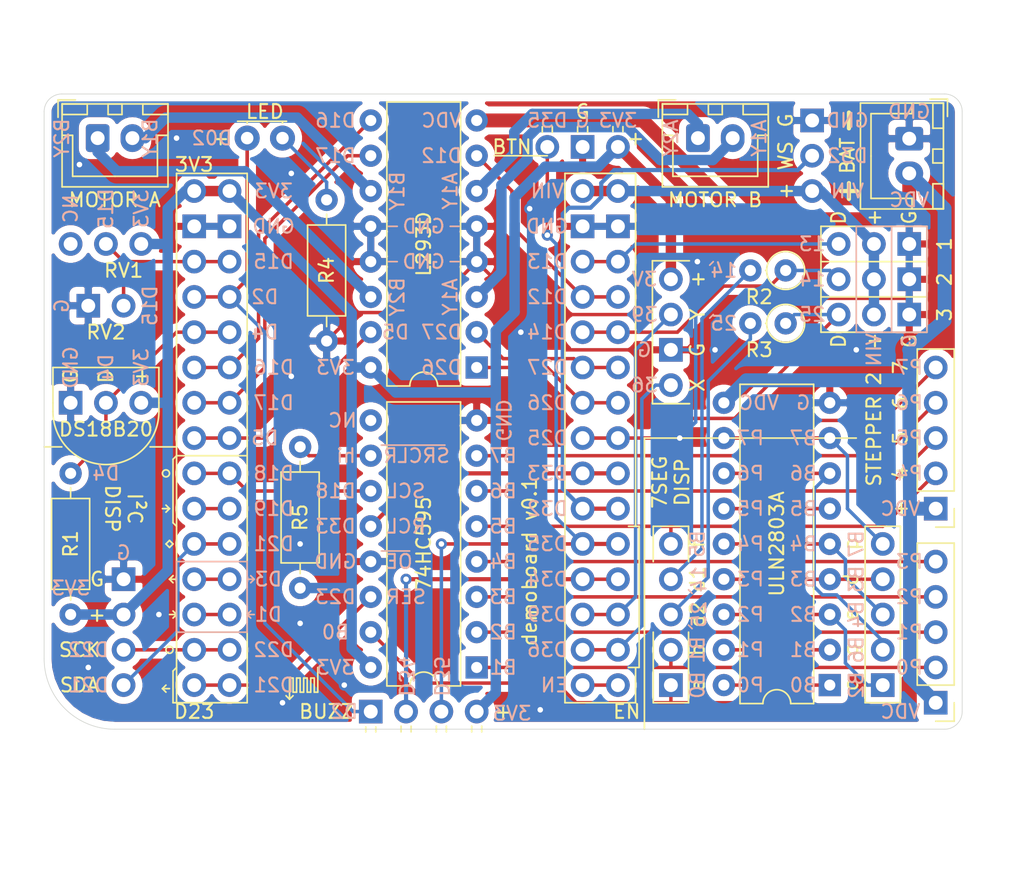
<source format=kicad_pcb>
(kicad_pcb (version 20171130) (host pcbnew 5.1.5-1.fc31)
  (layers (0 F.Cu signal) (31 B.Cu signal) (34 B.Paste user) (35 F.Paste user) (36 B.SilkS user) (37 F.SilkS user) (38 B.Mask user) (39 F.Mask user) (44 Edge.Cuts user))
  (net 0 "")
  (net 1 GND)
  (net 2 VCC)
  (net 3 VDC)
  (net 4 /D22)
  (net 5 /D1)
  (net 6 /D3)
  (net 7 /D21)
  (net 8 /D5)
  (net 9 /D17)
  (net 10 /D16)
  (net 11 /D4)
  (net 12 /D2)
  (net 13 /D15)
  (net 14 /VIN)
  (net 15 /EN)
  (net 16 /D36)
  (net 17 /D39)
  (net 18 /D34)
  (net 19 /D32)
  (net 20 /D33)
  (net 21 /D25)
  (net 22 /D26)
  (net 23 /D27)
  (net 24 /D14)
  (net 25 /D12)
  (net 26 /D13)
  (net 27 /B4)
  (net 28 /B3)
  (net 29 /B2)
  (net 30 /B1)
  (net 31 /B0)
  (net 32 /B7)
  (net 33 /B6)
  (net 34 /B5)
  (net 35 "Net-(J19-Pad4)")
  (net 36 "Net-(J19-Pad3)")
  (net 37 "Net-(J19-Pad2)")
  (net 38 "Net-(J20-Pad4)")
  (net 39 "Net-(J20-Pad3)")
  (net 40 "Net-(J20-Pad2)")
  (net 41 "Net-(J19-Pad5)")
  (net 42 "Net-(J20-Pad5)")
  (net 43 /BTN)
  (net 44 /MA2Y)
  (net 45 /MA1Y)
  (net 46 /MB2Y)
  (net 47 /MB1Y)
  (net 48 "Net-(D1-Pad1)")
  (net 49 /D23)
  (net 50 /D19)
  (net 51 /CLK)
  (net 52 /SRCLR)
  (net 53 "Net-(J18-Pad3)")
  (net 54 "Net-(J18-Pad4)")
  (module Resistor_THT:R_Axial_DIN0207_L6.3mm_D2.5mm_P10.16mm_Horizontal (layer F.Cu) (at 83.82 99.695 270)
    (fp_text reference R5 (at 5.08 0 90) (layer F.SilkS))
    (fp_text value 4K7)
    (pad 2 thru_hole oval (at 10.16 0 270) (size 1.6 1.6) (drill 0.8) (layers *.Cu *.Mask) (net 2 VCC))
    (pad 1 thru_hole circle (at 0 0 270) (size 1.6 1.6) (drill 0.8) (layers *.Cu *.Mask) (net 52 /SRCLR))
  )
  (module Resistor_THT:R_Axial_DIN0207_L6.3mm_D2.5mm_P2.54mm_Vertical (layer F.Cu) (at 118.745 86.995 180)
    (fp_text reference R2 (at 1.905 -1.905) (layer F.SilkS))
    (fp_text value 220R)
    (pad 2 thru_hole oval (at 2.54 0 180) (size 1.6 1.6) (drill 0.8) (layers *.Cu *.Mask) (net 54 "Net-(J18-Pad4)"))
    (pad 1 thru_hole circle (at 0 0 180) (size 1.6 1.6) (drill 0.8) (layers *.Cu *.Mask) (net 24 /D14))
  )
  (module Resistor_THT:R_Axial_DIN0207_L6.3mm_D2.5mm_P2.54mm_Vertical (layer F.Cu) (at 118.745 90.805 180)
    (fp_text reference R3 (at 1.905 -1.905) (layer F.SilkS))
    (fp_text value 220R)
    (pad 2 thru_hole oval (at 2.54 0 180) (size 1.6 1.6) (drill 0.8) (layers *.Cu *.Mask) (net 53 "Net-(J18-Pad3)"))
    (pad 1 thru_hole circle (at 0 0 180) (size 1.6 1.6) (drill 0.8) (layers *.Cu *.Mask) (net 21 /D25))
  )
  (module plain:PlainPinSocket_1x03_P2.54mm_Vertical (layer F.Cu) (at 72.39 85.09 270)
    (fp_text reference RV1 (at 1.905 1.27 180) (layer F.SilkS))
    (fp_text value 100K)
    (pad 1 thru_hole oval (at 0 0 270) (size 1.7 1.7) (drill 1) (layers *.Cu *.Mask) (net 2 VCC))
    (pad 2 thru_hole oval (at 0 2.54 270) (size 1.7 1.7) (drill 1) (layers *.Cu *.Mask) (net 13 /D15))
    (pad 3 thru_hole oval (at 0 5.08 270) (size 1.7 1.7) (drill 1) (layers *.Cu *.Mask))
  )
  (module plain:PlainPinSocket_1x03_P2.54mm_Vertical (layer F.Cu) (at 67.31 96.52 90)
    (fp_text reference J12)
    (fp_text value TEMP)
    (pad 1 thru_hole rect (at 0 0 90) (size 1.7 1.7) (drill 1) (layers *.Cu *.Mask) (net 1 GND))
    (pad 2 thru_hole oval (at 0 2.54 90) (size 1.7 1.7) (drill 1) (layers *.Cu *.Mask) (net 11 /D4))
    (pad 3 thru_hole oval (at 0 5.08 90) (size 1.7 1.7) (drill 1) (layers *.Cu *.Mask) (net 2 VCC))
  )
  (module plain:PlainPinHeader_1x03_P2.54mm_Vertical (layer F.Cu) (at 120.65 76.2)
    (fp_text reference J6)
    (fp_text value WSLED)
    (pad 1 thru_hole rect (at 0 0) (size 1.7 1.7) (drill 1) (layers *.Cu *.Mask) (net 1 GND))
    (pad 2 thru_hole oval (at 0 2.54) (size 1.7 1.7) (drill 1) (layers *.Cu *.Mask) (net 19 /D32))
    (pad 3 thru_hole oval (at 0 5.08) (size 1.7 1.7) (drill 1) (layers *.Cu *.Mask) (net 14 /VIN))
  )
  (module plain:PlainPinHeader_1x03_P2.54mm_Vertical (layer F.Cu) (at 127.635 87.63 270)
    (fp_text reference J11)
    (fp_text value Servo2)
    (pad 1 thru_hole rect (at 0 0 270) (size 1.7 1.7) (drill 1) (layers *.Cu *.Mask) (net 1 GND))
    (pad 2 thru_hole oval (at 0 2.54 270) (size 1.7 1.7) (drill 1) (layers *.Cu *.Mask) (net 14 /VIN))
    (pad 3 thru_hole oval (at 0 5.08 270) (size 1.7 1.7) (drill 1) (layers *.Cu *.Mask) (net 24 /D14))
  )
  (module plain:PlainPinHeader_1x03_P2.54mm_Vertical (layer F.Cu) (at 127.635 85.09 270)
    (fp_text reference J9)
    (fp_text value Servo1)
    (fp_text user G (at -1.905 0 90) (layer F.SilkS))
    (fp_text user + (at -1.905 2.54 90) (layer F.SilkS))
    (fp_text user D (at -1.905 5.08 90) (layer F.SilkS))
    (pad 1 thru_hole rect (at 0 0 270) (size 1.7 1.7) (drill 1) (layers *.Cu *.Mask) (net 1 GND))
    (pad 2 thru_hole oval (at 0 2.54 270) (size 1.7 1.7) (drill 1) (layers *.Cu *.Mask) (net 14 /VIN))
    (pad 3 thru_hole oval (at 0 5.08 270) (size 1.7 1.7) (drill 1) (layers *.Cu *.Mask) (net 26 /D13))
  )
  (module plain:PlainPinHeader_1x03_P2.54mm_Vertical (layer F.Cu) (at 127.635 90.17 270)
    (fp_text reference J23)
    (fp_text value Servo3)
    (fp_text user G (at 1.905 0 90) (layer F.SilkS))
    (fp_text user + (at 1.905 2.54 90) (layer F.SilkS))
    (fp_text user D (at 1.905 5.08 90) (layer F.SilkS))
    (pad 1 thru_hole rect (at 0 0 270) (size 1.7 1.7) (drill 1) (layers *.Cu *.Mask) (net 1 GND))
    (pad 2 thru_hole oval (at 0 2.54 270) (size 1.7 1.7) (drill 1) (layers *.Cu *.Mask) (net 14 /VIN))
    (pad 3 thru_hole oval (at 0 5.08 270) (size 1.7 1.7) (drill 1) (layers *.Cu *.Mask) (net 21 /D25))
  )
  (module Connector_PinHeader_2.54mm:PinHeader_1x04_P2.54mm_Vertical (layer F.Cu) (at 110.49 95.25 180)
    (fp_text reference J16)
    (fp_text value ANALOG)
    (pad 4 thru_hole oval (at 0 7.62 180) (size 1.7 1.7) (drill 1) (layers *.Cu *.Mask) (net 2 VCC))
    (pad 3 thru_hole oval (at 0 5.08 180) (size 1.7 1.7) (drill 1) (layers *.Cu *.Mask) (net 17 /D39))
    (pad 2 thru_hole rect (at 0 2.54 180) (size 1.7 1.7) (drill 1) (layers *.Cu *.Mask) (net 1 GND))
    (pad 1 thru_hole oval (at 0 0 180) (size 1.7 1.7) (drill 1) (layers *.Cu *.Mask) (net 16 /D36))
  )
  (module plain:PlainPinSocket_1x05_P2.54mm_Vertical (layer F.Cu) (at 125.73 116.84 180)
    (fp_text reference J17)
    (fp_text value 7SEG1)
    (pad 1 thru_hole rect (at 0 0 180) (size 1.7 1.7) (drill 1) (layers *.Cu *.Mask) (net 29 /B2))
    (pad 2 thru_hole oval (at 0 2.54 180) (size 1.7 1.7) (drill 1) (layers *.Cu *.Mask) (net 33 /B6))
    (pad 3 thru_hole oval (at 0 5.08 180) (size 1.7 1.7) (drill 1) (layers *.Cu *.Mask) (net 27 /B4))
    (pad 4 thru_hole oval (at 0 7.62 180) (size 1.7 1.7) (drill 1) (layers *.Cu *.Mask) (net 28 /B3))
    (pad 5 thru_hole oval (at 0 10.16 180) (size 1.7 1.7) (drill 1) (layers *.Cu *.Mask) (net 32 /B7))
  )
  (module plain:PlainPinSocket_1x05_P2.54mm_Vertical (layer F.Cu) (at 110.49 116.84 180)
    (fp_text reference J18)
    (fp_text value 7SEG2)
    (pad 1 thru_hole rect (at 0 0 180) (size 1.7 1.7) (drill 1) (layers *.Cu *.Mask) (net 31 /B0))
    (pad 2 thru_hole oval (at 0 2.54 180) (size 1.7 1.7) (drill 1) (layers *.Cu *.Mask) (net 30 /B1))
    (pad 3 thru_hole oval (at 0 5.08 180) (size 1.7 1.7) (drill 1) (layers *.Cu *.Mask) (net 53 "Net-(J18-Pad3)"))
    (pad 4 thru_hole oval (at 0 7.62 180) (size 1.7 1.7) (drill 1) (layers *.Cu *.Mask) (net 54 "Net-(J18-Pad4)"))
    (pad 5 thru_hole oval (at 0 10.16 180) (size 1.7 1.7) (drill 1) (layers *.Cu *.Mask) (net 34 /B5))
  )
  (module Connector_PinSocket_2.54mm:PinSocket_1x04_P2.54mm_Horizontal (layer F.Cu) (at 88.9 118.745 90)
    (fp_text reference J4)
    (fp_text value Conn_01x04)
    (pad 4 thru_hole oval (at 0 7.62 90) (size 1.7 1.7) (drill 1) (layers *.Cu *.Mask) (net 2 VCC))
    (pad 3 thru_hole oval (at 0 5.08 90) (size 1.7 1.7) (drill 1) (layers *.Cu *.Mask) (net 43 /BTN))
    (pad 2 thru_hole oval (at 0 2.54 90) (size 1.7 1.7) (drill 1) (layers *.Cu *.Mask) (net 18 /D34))
    (pad 1 thru_hole rect (at 0 0 90) (size 1.7 1.7) (drill 1) (layers *.Cu *.Mask) (net 12 /D2))
  )
  (module Connector_PinSocket_2.54mm:PinSocket_1x03_P2.54mm_Horizontal (layer F.Cu) (at 106.68 78.105 270)
    (fp_text reference J1)
    (fp_text value BTN (at 0 7.62) (layer F.SilkS))
    (pad 3 thru_hole oval (at 0 5.08 270) (size 1.7 1.7) (drill 1) (layers *.Cu *.Mask) (net 43 /BTN))
    (pad 2 thru_hole rect (at 0 2.54 270) (size 1.7 1.7) (drill 1) (layers *.Cu *.Mask) (net 1 GND))
    (pad 1 thru_hole oval (at 0 0 270) (size 1.7 1.7) (drill 1) (layers *.Cu *.Mask) (net 2 VCC))
  )
  (module LED_THT:LED_D3.0mm_Horizontal_O1.27mm_Z6.0mm (layer F.Cu) (at 82.55 77.47 180)
    (fp_text reference D1)
    (fp_text value LED)
    (pad 2 thru_hole circle (at 2.54 0 180) (size 1.8 1.8) (drill 0.9) (layers *.Cu *.Mask) (net 12 /D2))
    (pad 1 thru_hole circle (at 0 0 180) (size 1.8 1.8) (drill 0.9) (layers *.Cu *.Mask) (net 48 "Net-(D1-Pad1)"))
  )
  (module plain:PlainPinSocket_1x02_P2.54mm_Vertical (layer F.Cu) (at 71.12 89.535 270)
    (fp_text reference J24)
    (fp_text value RV2 (at 1.905 1.27 180) (layer F.SilkS))
    (pad 1 thru_hole circle (at 0 0 270) (size 1.7 1.7) (drill 1) (layers *.Cu *.Mask) (net 13 /D15))
    (pad 2 thru_hole rect (at 0 2.54 270) (size 1.7 1.7) (drill 1) (layers *.Cu *.Mask) (net 1 GND))
  )
  (module plain:PlainPinSocket_1x15_P2.54mm_Vertical (layer B.Cu) (at 106.68 81.28 180)
    (fp_text reference J10)
    (fp_text value Conn_01x15)
    (pad 1 thru_hole oval (at 0 0 180) (size 1.7 1.7) (drill 1) (layers *.Cu *.Mask) (net 14 /VIN))
    (pad 2 thru_hole rect (at 0 -2.54 180) (size 1.7 1.7) (drill 1) (layers *.Cu *.Mask) (net 1 GND))
    (pad 3 thru_hole oval (at 0 -5.08 180) (size 1.7 1.7) (drill 1) (layers *.Cu *.Mask) (net 26 /D13))
    (pad 4 thru_hole oval (at 0 -7.62 180) (size 1.7 1.7) (drill 1) (layers *.Cu *.Mask) (net 25 /D12))
    (pad 5 thru_hole oval (at 0 -10.16 180) (size 1.7 1.7) (drill 1) (layers *.Cu *.Mask) (net 24 /D14))
    (pad 6 thru_hole oval (at 0 -12.7 180) (size 1.7 1.7) (drill 1) (layers *.Cu *.Mask) (net 23 /D27))
    (pad 7 thru_hole oval (at 0 -15.24 180) (size 1.7 1.7) (drill 1) (layers *.Cu *.Mask) (net 22 /D26))
    (pad 8 thru_hole oval (at 0 -17.78 180) (size 1.7 1.7) (drill 1) (layers *.Cu *.Mask) (net 21 /D25))
    (pad 9 thru_hole oval (at 0 -20.32 180) (size 1.7 1.7) (drill 1) (layers *.Cu *.Mask) (net 20 /D33))
    (pad 10 thru_hole oval (at 0 -22.86 180) (size 1.7 1.7) (drill 1) (layers *.Cu *.Mask) (net 19 /D32))
    (pad 11 thru_hole oval (at 0 -25.4 180) (size 1.7 1.7) (drill 1) (layers *.Cu *.Mask) (net 43 /BTN))
    (pad 12 thru_hole oval (at 0 -27.94 180) (size 1.7 1.7) (drill 1) (layers *.Cu *.Mask) (net 18 /D34))
    (pad 13 thru_hole oval (at 0 -30.48 180) (size 1.7 1.7) (drill 1) (layers *.Cu *.Mask) (net 17 /D39))
    (pad 14 thru_hole oval (at 0 -33.02 180) (size 1.7 1.7) (drill 1) (layers *.Cu *.Mask) (net 16 /D36))
    (pad 15 thru_hole oval (at 0 -35.56 180) (size 1.7 1.7) (drill 1) (layers *.Cu *.Mask) (net 15 /EN))
  )
  (module plain:PlainPinSocket_1x15_P2.54mm_Vertical (layer F.Cu) (at 104.14 81.28)
    (fp_text reference J8)
    (fp_text value Conn_01x15)
    (pad 1 thru_hole oval (at 0 0) (size 1.7 1.7) (drill 1) (layers *.Cu *.Mask) (net 14 /VIN))
    (pad 2 thru_hole rect (at 0 2.54) (size 1.7 1.7) (drill 1) (layers *.Cu *.Mask) (net 1 GND))
    (pad 3 thru_hole oval (at 0 5.08) (size 1.7 1.7) (drill 1) (layers *.Cu *.Mask) (net 26 /D13))
    (pad 4 thru_hole oval (at 0 7.62) (size 1.7 1.7) (drill 1) (layers *.Cu *.Mask) (net 25 /D12))
    (pad 5 thru_hole oval (at 0 10.16) (size 1.7 1.7) (drill 1) (layers *.Cu *.Mask) (net 24 /D14))
    (pad 6 thru_hole oval (at 0 12.7) (size 1.7 1.7) (drill 1) (layers *.Cu *.Mask) (net 23 /D27))
    (pad 7 thru_hole oval (at 0 15.24) (size 1.7 1.7) (drill 1) (layers *.Cu *.Mask) (net 22 /D26))
    (pad 8 thru_hole oval (at 0 17.78) (size 1.7 1.7) (drill 1) (layers *.Cu *.Mask) (net 21 /D25))
    (pad 9 thru_hole oval (at 0 20.32) (size 1.7 1.7) (drill 1) (layers *.Cu *.Mask) (net 20 /D33))
    (pad 10 thru_hole oval (at 0 22.86) (size 1.7 1.7) (drill 1) (layers *.Cu *.Mask) (net 19 /D32))
    (pad 11 thru_hole oval (at 0 25.4) (size 1.7 1.7) (drill 1) (layers *.Cu *.Mask) (net 43 /BTN))
    (pad 12 thru_hole oval (at 0 27.94) (size 1.7 1.7) (drill 1) (layers *.Cu *.Mask) (net 18 /D34))
    (pad 13 thru_hole oval (at 0 30.48) (size 1.7 1.7) (drill 1) (layers *.Cu *.Mask) (net 17 /D39))
    (pad 14 thru_hole oval (at 0 33.02) (size 1.7 1.7) (drill 1) (layers *.Cu *.Mask) (net 16 /D36))
    (pad 15 thru_hole oval (at 0 35.56) (size 1.7 1.7) (drill 1) (layers *.Cu *.Mask) (net 15 /EN))
  )
  (module plain:PlainPinSocket_1x15_P2.54mm_Vertical (layer B.Cu) (at 76.2 81.28 180)
    (fp_text reference J5)
    (fp_text value Conn_01x15)
    (pad 1 thru_hole oval (at 0 0 180) (size 1.7 1.7) (drill 1) (layers *.Cu *.Mask) (net 2 VCC))
    (pad 2 thru_hole rect (at 0 -2.54 180) (size 1.7 1.7) (drill 1) (layers *.Cu *.Mask) (net 1 GND))
    (pad 3 thru_hole oval (at 0 -5.08 180) (size 1.7 1.7) (drill 1) (layers *.Cu *.Mask) (net 13 /D15))
    (pad 4 thru_hole oval (at 0 -7.62 180) (size 1.7 1.7) (drill 1) (layers *.Cu *.Mask) (net 12 /D2))
    (pad 5 thru_hole oval (at 0 -10.16 180) (size 1.7 1.7) (drill 1) (layers *.Cu *.Mask) (net 11 /D4))
    (pad 6 thru_hole oval (at 0 -12.7 180) (size 1.7 1.7) (drill 1) (layers *.Cu *.Mask) (net 10 /D16))
    (pad 7 thru_hole oval (at 0 -15.24 180) (size 1.7 1.7) (drill 1) (layers *.Cu *.Mask) (net 9 /D17))
    (pad 8 thru_hole oval (at 0 -17.78 180) (size 1.7 1.7) (drill 1) (layers *.Cu *.Mask) (net 8 /D5))
    (pad 9 thru_hole oval (at 0 -20.32 180) (size 1.7 1.7) (drill 1) (layers *.Cu *.Mask) (net 51 /CLK))
    (pad 10 thru_hole oval (at 0 -22.86 180) (size 1.7 1.7) (drill 1) (layers *.Cu *.Mask) (net 50 /D19))
    (pad 11 thru_hole oval (at 0 -25.4 180) (size 1.7 1.7) (drill 1) (layers *.Cu *.Mask) (net 7 /D21))
    (pad 12 thru_hole oval (at 0 -27.94 180) (size 1.7 1.7) (drill 1) (layers *.Cu *.Mask) (net 6 /D3))
    (pad 13 thru_hole oval (at 0 -30.48 180) (size 1.7 1.7) (drill 1) (layers *.Cu *.Mask) (net 5 /D1))
    (pad 14 thru_hole oval (at 0 -33.02 180) (size 1.7 1.7) (drill 1) (layers *.Cu *.Mask) (net 4 /D22))
    (pad 15 thru_hole oval (at 0 -35.56 180) (size 1.7 1.7) (drill 1) (layers *.Cu *.Mask) (net 49 /D23))
  )
  (module plain:PlainPinSocket_1x15_P2.54mm_Vertical (layer F.Cu) (at 78.74 81.28)
    (fp_text reference J3)
    (fp_text value Conn_01x15)
    (pad 1 thru_hole oval (at 0 0) (size 1.7 1.7) (drill 1) (layers *.Cu *.Mask) (net 2 VCC))
    (pad 2 thru_hole rect (at 0 2.54) (size 1.7 1.7) (drill 1) (layers *.Cu *.Mask) (net 1 GND))
    (pad 3 thru_hole oval (at 0 5.08) (size 1.7 1.7) (drill 1) (layers *.Cu *.Mask) (net 13 /D15))
    (pad 4 thru_hole oval (at 0 7.62) (size 1.7 1.7) (drill 1) (layers *.Cu *.Mask) (net 12 /D2))
    (pad 5 thru_hole oval (at 0 10.16) (size 1.7 1.7) (drill 1) (layers *.Cu *.Mask) (net 11 /D4))
    (pad 6 thru_hole oval (at 0 12.7) (size 1.7 1.7) (drill 1) (layers *.Cu *.Mask) (net 10 /D16))
    (pad 7 thru_hole oval (at 0 15.24) (size 1.7 1.7) (drill 1) (layers *.Cu *.Mask) (net 9 /D17))
    (pad 8 thru_hole oval (at 0 17.78) (size 1.7 1.7) (drill 1) (layers *.Cu *.Mask) (net 8 /D5))
    (pad 9 thru_hole oval (at 0 20.32) (size 1.7 1.7) (drill 1) (layers *.Cu *.Mask) (net 51 /CLK))
    (pad 10 thru_hole oval (at 0 22.86) (size 1.7 1.7) (drill 1) (layers *.Cu *.Mask) (net 50 /D19))
    (pad 11 thru_hole oval (at 0 25.4) (size 1.7 1.7) (drill 1) (layers *.Cu *.Mask) (net 7 /D21))
    (pad 12 thru_hole oval (at 0 27.94) (size 1.7 1.7) (drill 1) (layers *.Cu *.Mask) (net 6 /D3))
    (pad 13 thru_hole oval (at 0 30.48) (size 1.7 1.7) (drill 1) (layers *.Cu *.Mask) (net 5 /D1))
    (pad 14 thru_hole oval (at 0 33.02) (size 1.7 1.7) (drill 1) (layers *.Cu *.Mask) (net 4 /D22))
    (pad 15 thru_hole oval (at 0 35.56) (size 1.7 1.7) (drill 1) (layers *.Cu *.Mask) (net 49 /D23))
  )
  (module plain:PlainPinSocket_1x04_P2.54mm_Vertical (layer F.Cu) (at 71.12 109.22)
    (fp_text reference J22)
    (fp_text value OLED)
    (pad 1 thru_hole rect (at 0 0) (size 1.7 1.7) (drill 1) (layers *.Cu *.Mask) (net 1 GND))
    (pad 2 thru_hole oval (at 0 2.54) (size 1.7 1.7) (drill 1) (layers *.Cu *.Mask) (net 2 VCC))
    (pad 3 thru_hole oval (at 0 5.08) (size 1.7 1.7) (drill 1) (layers *.Cu *.Mask) (net 4 /D22))
    (pad 4 thru_hole oval (at 0 7.62) (size 1.7 1.7) (drill 1) (layers *.Cu *.Mask) (net 7 /D21))
  )
  (module Connector_JST:JST_XH_B2B-XH-A_1x02_P2.50mm_Vertical (layer F.Cu) (at 69.255 77.47)
    (fp_text reference J14)
    (fp_text value MOT_B)
    (pad 2 thru_hole oval (at 2.5 0) (size 1.7 2) (drill 1) (layers *.Cu *.Mask) (net 47 /MB1Y))
    (pad 1 thru_hole roundrect (at 0 0) (size 1.7 2) (drill 1) (layers *.Cu *.Mask) (roundrect_rratio 0.147059) (net 46 /MB2Y))
  )
  (module Resistor_THT:R_Axial_DIN0207_L6.3mm_D2.5mm_P10.16mm_Horizontal (layer F.Cu) (at 85.725 81.915 270)
    (fp_text reference R4 (at 5.08 0 90) (layer F.SilkS))
    (fp_text value 100R)
    (pad 2 thru_hole oval (at 10.16 0 270) (size 1.6 1.6) (drill 0.8) (layers *.Cu *.Mask) (net 1 GND))
    (pad 1 thru_hole circle (at 0 0 270) (size 1.6 1.6) (drill 0.8) (layers *.Cu *.Mask) (net 48 "Net-(D1-Pad1)"))
  )
  (module Resistor_THT:R_Axial_DIN0207_L6.3mm_D2.5mm_P10.16mm_Horizontal (layer F.Cu) (at 67.31 111.76 90)
    (fp_text reference R1 (at 5.08 0 90) (layer F.SilkS))
    (fp_text value 4K7)
    (pad 2 thru_hole oval (at 10.16 0 90) (size 1.6 1.6) (drill 0.8) (layers *.Cu *.Mask) (net 11 /D4))
    (pad 1 thru_hole circle (at 0 0 90) (size 1.6 1.6) (drill 0.8) (layers *.Cu *.Mask) (net 2 VCC))
  )
  (module Package_DIP:DIP-16_W7.62mm (layer F.Cu) (at 96.52 115.57 180)
    (fp_text reference U1)
    (fp_text value 74HC595 (at 3.81 8.89 90) (layer F.SilkS))
    (pad 16 thru_hole oval (at 7.62 0 180) (size 1.6 1.6) (drill 0.8) (layers *.Cu *.Mask) (net 2 VCC))
    (pad 8 thru_hole oval (at 0 17.78 180) (size 1.6 1.6) (drill 0.8) (layers *.Cu *.Mask) (net 1 GND))
    (pad 15 thru_hole oval (at 7.62 2.54 180) (size 1.6 1.6) (drill 0.8) (layers *.Cu *.Mask) (net 31 /B0))
    (pad 7 thru_hole oval (at 0 15.24 180) (size 1.6 1.6) (drill 0.8) (layers *.Cu *.Mask) (net 32 /B7))
    (pad 14 thru_hole oval (at 7.62 5.08 180) (size 1.6 1.6) (drill 0.8) (layers *.Cu *.Mask) (net 49 /D23))
    (pad 6 thru_hole oval (at 0 12.7 180) (size 1.6 1.6) (drill 0.8) (layers *.Cu *.Mask) (net 33 /B6))
    (pad 13 thru_hole oval (at 7.62 7.62 180) (size 1.6 1.6) (drill 0.8) (layers *.Cu *.Mask) (net 1 GND))
    (pad 5 thru_hole oval (at 0 10.16 180) (size 1.6 1.6) (drill 0.8) (layers *.Cu *.Mask) (net 34 /B5))
    (pad 12 thru_hole oval (at 7.62 10.16 180) (size 1.6 1.6) (drill 0.8) (layers *.Cu *.Mask) (net 20 /D33))
    (pad 4 thru_hole oval (at 0 7.62 180) (size 1.6 1.6) (drill 0.8) (layers *.Cu *.Mask) (net 27 /B4))
    (pad 11 thru_hole oval (at 7.62 12.7 180) (size 1.6 1.6) (drill 0.8) (layers *.Cu *.Mask) (net 51 /CLK))
    (pad 3 thru_hole oval (at 0 5.08 180) (size 1.6 1.6) (drill 0.8) (layers *.Cu *.Mask) (net 28 /B3))
    (pad 10 thru_hole oval (at 7.62 15.24 180) (size 1.6 1.6) (drill 0.8) (layers *.Cu *.Mask) (net 52 /SRCLR))
    (pad 2 thru_hole oval (at 0 2.54 180) (size 1.6 1.6) (drill 0.8) (layers *.Cu *.Mask) (net 29 /B2))
    (pad 9 thru_hole oval (at 7.62 17.78 180) (size 1.6 1.6) (drill 0.8) (layers *.Cu *.Mask))
    (pad 1 thru_hole rect (at 0 0 180) (size 1.6 1.6) (drill 0.8) (layers *.Cu *.Mask) (net 30 /B1))
  )
  (module Connector_JST:JST_XH_B2B-XH-A_1x02_P2.50mm_Vertical (layer F.Cu) (at 127.635 77.51 270)
    (fp_text reference J2)
    (fp_text value BAT (at 1.23 4.445 270) (layer F.SilkS))
    (pad 2 thru_hole oval (at 2.5 0 270) (size 1.7 2) (drill 1) (layers *.Cu *.Mask) (net 3 VDC))
    (pad 1 thru_hole roundrect (at 0 0 270) (size 1.7 2) (drill 1) (layers *.Cu *.Mask) (roundrect_rratio 0.147059) (net 1 GND))
  )
  (module Package_DIP:DIP-18_W7.62mm (layer F.Cu) (at 121.92 116.84 180)
    (fp_text reference U4)
    (fp_text value ULN2803A (at 3.81 10.16 90) (layer F.SilkS))
    (pad 1 thru_hole rect (at 0 0 180) (size 1.6 1.6) (drill 0.8) (layers *.Cu *.Mask) (net 31 /B0))
    (pad 10 thru_hole oval (at 7.62 20.32 180) (size 1.6 1.6) (drill 0.8) (layers *.Cu *.Mask) (net 3 VDC))
    (pad 2 thru_hole oval (at 0 2.54 180) (size 1.6 1.6) (drill 0.8) (layers *.Cu *.Mask) (net 30 /B1))
    (pad 11 thru_hole oval (at 7.62 17.78 180) (size 1.6 1.6) (drill 0.8) (layers *.Cu *.Mask) (net 42 "Net-(J20-Pad5)"))
    (pad 3 thru_hole oval (at 0 5.08 180) (size 1.6 1.6) (drill 0.8) (layers *.Cu *.Mask) (net 29 /B2))
    (pad 12 thru_hole oval (at 7.62 15.24 180) (size 1.6 1.6) (drill 0.8) (layers *.Cu *.Mask) (net 38 "Net-(J20-Pad4)"))
    (pad 4 thru_hole oval (at 0 7.62 180) (size 1.6 1.6) (drill 0.8) (layers *.Cu *.Mask) (net 28 /B3))
    (pad 13 thru_hole oval (at 7.62 12.7 180) (size 1.6 1.6) (drill 0.8) (layers *.Cu *.Mask) (net 39 "Net-(J20-Pad3)"))
    (pad 5 thru_hole oval (at 0 10.16 180) (size 1.6 1.6) (drill 0.8) (layers *.Cu *.Mask) (net 27 /B4))
    (pad 14 thru_hole oval (at 7.62 10.16 180) (size 1.6 1.6) (drill 0.8) (layers *.Cu *.Mask) (net 40 "Net-(J20-Pad2)"))
    (pad 6 thru_hole oval (at 0 12.7 180) (size 1.6 1.6) (drill 0.8) (layers *.Cu *.Mask) (net 34 /B5))
    (pad 15 thru_hole oval (at 7.62 7.62 180) (size 1.6 1.6) (drill 0.8) (layers *.Cu *.Mask) (net 41 "Net-(J19-Pad5)"))
    (pad 7 thru_hole oval (at 0 15.24 180) (size 1.6 1.6) (drill 0.8) (layers *.Cu *.Mask) (net 33 /B6))
    (pad 16 thru_hole oval (at 7.62 5.08 180) (size 1.6 1.6) (drill 0.8) (layers *.Cu *.Mask) (net 35 "Net-(J19-Pad4)"))
    (pad 8 thru_hole oval (at 0 17.78 180) (size 1.6 1.6) (drill 0.8) (layers *.Cu *.Mask) (net 32 /B7))
    (pad 17 thru_hole oval (at 7.62 2.54 180) (size 1.6 1.6) (drill 0.8) (layers *.Cu *.Mask) (net 36 "Net-(J19-Pad3)"))
    (pad 9 thru_hole oval (at 0 20.32 180) (size 1.6 1.6) (drill 0.8) (layers *.Cu *.Mask) (net 1 GND))
    (pad 18 thru_hole oval (at 7.62 0 180) (size 1.6 1.6) (drill 0.8) (layers *.Cu *.Mask) (net 37 "Net-(J19-Pad2)"))
  )
  (module Connector_JST:JST_XH_B2B-XH-A_1x02_P2.50mm_Vertical (layer F.Cu) (at 112.435 77.47)
    (fp_text reference J13)
    (fp_text value MOT_A)
    (pad 2 thru_hole oval (at 2.5 0) (size 1.7 2) (drill 1) (layers *.Cu *.Mask) (net 45 /MA1Y))
    (pad 1 thru_hole roundrect (at 0 0) (size 1.7 2) (drill 1) (layers *.Cu *.Mask) (roundrect_rratio 0.147059) (net 44 /MA2Y))
  )
  (module Connector_PinHeader_2.54mm:PinHeader_1x05_P2.54mm_Vertical (layer F.Cu) (at 129.54 104.14 180)
    (fp_text reference J20)
    (fp_text value STEPPER2)
    (pad 5 thru_hole oval (at 0 10.16 180) (size 1.7 1.7) (drill 1) (layers *.Cu *.Mask) (net 42 "Net-(J20-Pad5)"))
    (pad 4 thru_hole oval (at 0 7.62 180) (size 1.7 1.7) (drill 1) (layers *.Cu *.Mask) (net 38 "Net-(J20-Pad4)"))
    (pad 3 thru_hole oval (at 0 5.08 180) (size 1.7 1.7) (drill 1) (layers *.Cu *.Mask) (net 39 "Net-(J20-Pad3)"))
    (pad 2 thru_hole oval (at 0 2.54 180) (size 1.7 1.7) (drill 1) (layers *.Cu *.Mask) (net 40 "Net-(J20-Pad2)"))
    (pad 1 thru_hole rect (at 0 0 180) (size 1.7 1.7) (drill 1) (layers *.Cu *.Mask) (net 3 VDC))
  )
  (module Connector_PinHeader_2.54mm:PinHeader_1x05_P2.54mm_Vertical (layer F.Cu) (at 129.54 118.11 180)
    (fp_text reference J19)
    (fp_text value STEPPER1)
    (pad 5 thru_hole oval (at 0 10.16 180) (size 1.7 1.7) (drill 1) (layers *.Cu *.Mask) (net 41 "Net-(J19-Pad5)"))
    (pad 4 thru_hole oval (at 0 7.62 180) (size 1.7 1.7) (drill 1) (layers *.Cu *.Mask) (net 35 "Net-(J19-Pad4)"))
    (pad 3 thru_hole oval (at 0 5.08 180) (size 1.7 1.7) (drill 1) (layers *.Cu *.Mask) (net 36 "Net-(J19-Pad3)"))
    (pad 2 thru_hole oval (at 0 2.54 180) (size 1.7 1.7) (drill 1) (layers *.Cu *.Mask) (net 37 "Net-(J19-Pad2)"))
    (pad 1 thru_hole rect (at 0 0 180) (size 1.7 1.7) (drill 1) (layers *.Cu *.Mask) (net 3 VDC))
  )
  (module Package_DIP:DIP-16_W7.62mm (layer F.Cu) (at 96.52 93.98 180)
    (fp_text reference U2)
    (fp_text value L293D (at 3.81 8.89 90) (layer F.SilkS))
    (pad 16 thru_hole oval (at 7.62 0 180) (size 1.6 1.6) (drill 0.8) (layers *.Cu *.Mask) (net 2 VCC))
    (pad 8 thru_hole oval (at 0 17.78 180) (size 1.6 1.6) (drill 0.8) (layers *.Cu *.Mask) (net 3 VDC))
    (pad 15 thru_hole oval (at 7.62 2.54 180) (size 1.6 1.6) (drill 0.8) (layers *.Cu *.Mask) (net 8 /D5))
    (pad 7 thru_hole oval (at 0 15.24 180) (size 1.6 1.6) (drill 0.8) (layers *.Cu *.Mask) (net 25 /D12))
    (pad 14 thru_hole oval (at 7.62 5.08 180) (size 1.6 1.6) (drill 0.8) (layers *.Cu *.Mask) (net 46 /MB2Y))
    (pad 6 thru_hole oval (at 0 12.7 180) (size 1.6 1.6) (drill 0.8) (layers *.Cu *.Mask) (net 44 /MA2Y))
    (pad 13 thru_hole oval (at 7.62 7.62 180) (size 1.6 1.6) (drill 0.8) (layers *.Cu *.Mask) (net 1 GND))
    (pad 5 thru_hole oval (at 0 10.16 180) (size 1.6 1.6) (drill 0.8) (layers *.Cu *.Mask) (net 1 GND))
    (pad 12 thru_hole oval (at 7.62 10.16 180) (size 1.6 1.6) (drill 0.8) (layers *.Cu *.Mask) (net 1 GND))
    (pad 4 thru_hole oval (at 0 7.62 180) (size 1.6 1.6) (drill 0.8) (layers *.Cu *.Mask) (net 1 GND))
    (pad 11 thru_hole oval (at 7.62 12.7 180) (size 1.6 1.6) (drill 0.8) (layers *.Cu *.Mask) (net 47 /MB1Y))
    (pad 3 thru_hole oval (at 0 5.08 180) (size 1.6 1.6) (drill 0.8) (layers *.Cu *.Mask) (net 45 /MA1Y))
    (pad 10 thru_hole oval (at 7.62 15.24 180) (size 1.6 1.6) (drill 0.8) (layers *.Cu *.Mask) (net 9 /D17))
    (pad 2 thru_hole oval (at 0 2.54 180) (size 1.6 1.6) (drill 0.8) (layers *.Cu *.Mask) (net 23 /D27))
    (pad 9 thru_hole oval (at 7.62 17.78 180) (size 1.6 1.6) (drill 0.8) (layers *.Cu *.Mask) (net 10 /D16))
    (pad 1 thru_hole rect (at 0 0 180) (size 1.6 1.6) (drill 0.8) (layers *.Cu *.Mask) (net 22 /D26))
  )
  (gr_circle (center 74.422 114.3) (end 74.676 114.3) (layer F.SilkS) (width 0.12))
  (gr_line (start 74.422 106.934) (end 74.676 106.68) (layer F.SilkS) (width 0.12))
  (gr_line (start 74.168 106.68) (end 74.422 106.934) (layer F.SilkS) (width 0.12))
  (gr_line (start 74.422 106.426) (end 74.168 106.68) (layer F.SilkS) (width 0.12))
  (gr_line (start 74.676 106.68) (end 74.422 106.426) (layer F.SilkS) (width 0.12))
  (gr_line (start 74.93 100.33) (end 80.01 100.33) (layer F.SilkS) (width 0.12))
  (gr_line (start 107.95 115.57) (end 107.95 118.11) (layer F.SilkS) (width 0.12))
  (gr_line (start 108.204 115.57) (end 107.442 115.57) (layer F.SilkS) (width 0.12))
  (gr_line (start 107.95 105.41) (end 107.95 80.01) (layer F.SilkS) (width 0.12))
  (gr_line (start 108.204 105.41) (end 107.442 105.41) (layer F.SilkS) (width 0.12))
  (gr_line (start 108.204 115.57) (end 108.204 105.41) (layer F.SilkS) (width 0.12))
  (gr_text "I²C\nDISP" (at 71.12 104.14 270) (layer F.SilkS) (effects (font (size 1 1))))
  (gr_line (start 74.676 112.014) (end 74.93 111.76) (layer F.SilkS) (width 0.12))
  (gr_line (start 74.93 111.76) (end 74.676 111.506) (layer F.SilkS) (width 0.12))
  (gr_line (start 74.422 111.76) (end 74.93 111.76) (layer F.SilkS) (width 0.12))
  (gr_line (start 74.676 109.474) (end 74.422 109.22) (layer F.SilkS) (width 0.12))
  (gr_line (start 74.676 108.966) (end 74.422 109.22) (layer F.SilkS) (width 0.12))
  (gr_line (start 74.422 109.22) (end 74.676 108.966) (layer F.SilkS) (width 0.12))
  (gr_line (start 74.93 109.22) (end 74.422 109.22) (layer F.SilkS) (width 0.12))
  (gr_circle (center 74.168 101.6) (end 74.422 101.6) (layer F.SilkS) (width 0.12))
  (gr_line (start 74.168 104.394) (end 74.422 104.14) (layer F.SilkS) (width 0.12))
  (gr_line (start 73.914 104.14) (end 74.422 104.14) (layer F.SilkS) (width 0.12))
  (gr_line (start 74.422 104.14) (end 74.168 103.886) (layer F.SilkS) (width 0.12))
  (gr_line (start 74.168 117.348) (end 73.914 117.094) (layer F.SilkS) (width 0.12))
  (gr_line (start 74.168 116.84) (end 73.914 117.094) (layer F.SilkS) (width 0.12))
  (gr_line (start 73.914 117.094) (end 74.422 117.094) (layer F.SilkS) (width 0.12))
  (gr_line (start 83.058 117.856) (end 83.312 117.602) (layer F.SilkS) (width 0.12))
  (gr_line (start 83.058 117.856) (end 82.804 117.602) (layer F.SilkS) (width 0.12))
  (gr_line (start 83.058 116.332) (end 83.058 117.856) (layer F.SilkS) (width 0.12))
  (gr_line (start 83.312 116.332) (end 83.058 116.332) (layer F.SilkS) (width 0.12))
  (gr_line (start 83.312 117.348) (end 83.312 116.332) (layer F.SilkS) (width 0.12))
  (gr_line (start 83.566 117.348) (end 83.312 117.348) (layer F.SilkS) (width 0.12))
  (gr_line (start 83.566 116.332) (end 83.566 117.348) (layer F.SilkS) (width 0.12))
  (gr_line (start 83.82 116.332) (end 83.566 116.332) (layer F.SilkS) (width 0.12))
  (gr_line (start 83.82 117.348) (end 83.82 116.332) (layer F.SilkS) (width 0.12))
  (gr_line (start 84.074 117.348) (end 83.82 117.348) (layer F.SilkS) (width 0.12))
  (gr_line (start 84.074 116.332) (end 84.074 117.348) (layer F.SilkS) (width 0.12))
  (gr_line (start 84.328 116.332) (end 84.074 116.332) (layer F.SilkS) (width 0.12))
  (gr_line (start 84.328 117.348) (end 84.328 116.332) (layer F.SilkS) (width 0.12))
  (gr_line (start 84.582 117.348) (end 84.328 117.348) (layer F.SilkS) (width 0.12))
  (gr_line (start 84.582 116.332) (end 84.582 117.348) (layer F.SilkS) (width 0.12))
  (gr_line (start 84.836 116.332) (end 84.582 116.332) (layer F.SilkS) (width 0.12))
  (gr_line (start 84.836 117.348) (end 84.836 116.332) (layer F.SilkS) (width 0.12))
  (gr_line (start 85.09 117.348) (end 84.836 117.348) (layer F.SilkS) (width 0.12))
  (gr_line (start 85.09 115.57) (end 85.09 117.348) (layer F.SilkS) (width 0.12))
  (gr_text "7SEG\nDISP" (at 110.49 102.235 90) (layer F.SilkS) (effects (font (size 1 1))))
  (gr_line (start 108.585 99.06) (end 123.825 99.06) (layer F.SilkS) (width 0.12))
  (gr_line (start 108.585 120.015) (end 108.585 99.06) (layer F.SilkS) (width 0.12))
  (gr_line (start 74.676 118.11) (end 74.93 118.11) (layer F.SilkS) (width 0.12))
  (gr_line (start 74.676 100.584) (end 74.93 100.33) (layer F.SilkS) (width 0.12))
  (gr_line (start 74.676 105.156) (end 74.676 100.584) (layer F.SilkS) (width 0.12))
  (gr_line (start 74.93 105.41) (end 74.676 105.156) (layer F.SilkS) (width 0.12))
  (gr_line (start 74.676 115.824) (end 74.93 115.57) (layer F.SilkS) (width 0.12))
  (gr_line (start 74.676 118.11) (end 74.676 115.824) (layer F.SilkS) (width 0.12))
  (gr_text "MOTOR B" (at 113.665 81.915) (layer F.SilkS) (effects (font (size 1 1))))
  (gr_text "MOTOR A" (at 70.485 81.915) (layer F.SilkS) (effects (font (size 1 1))))
  (gr_arc (start 130.175 118.745) (end 130.175 120.015) (angle -90) (layer Edge.Cuts) (width 0.05))
  (gr_arc (start 130.175 75.565) (end 131.445 75.565) (angle -90) (layer Edge.Cuts) (width 0.05))
  (gr_arc (start 66.675 75.565) (end 66.675 74.295) (angle -90) (layer Edge.Cuts) (width 0.05))
  (gr_arc (start 70.485 114.935) (end 65.405 114.935) (angle -90) (layer Edge.Cuts) (width 0.05))
  (gr_line (start 89.662 99.568) (end 94.234 99.568) (layer B.SilkS) (width 0.12))
  (gr_text SCL (at 91.44 102.87) (layer B.SilkS) (effects (font (size 1 1)) (justify mirror)))
  (gr_line (start 89.662 107.188) (end 91.694 107.188) (layer B.SilkS) (width 0.12))
  (gr_text OE (at 90.932 107.95) (layer B.SilkS) (effects (font (size 1 1)) (justify mirror)))
  (gr_text SRCLR (at 92.202 100.33) (layer B.SilkS) (effects (font (size 1 1)) (justify mirror)))
  (gr_text RCL (at 91.44 105.41) (layer B.SilkS) (effects (font (size 1 1)) (justify mirror)))
  (gr_text SER (at 91.44 110.49) (layer B.SilkS) (effects (font (size 1 1)) (justify mirror)))
  (gr_text LED (at 81.28 75.565) (layer F.SilkS) (effects (font (size 1 1))))
  (gr_text WS (at 118.745 78.74 90) (layer F.SilkS) (effects (font (size 1 1))))
  (gr_text DS18B20 (at 69.85 98.425) (layer F.SilkS) (effects (font (size 1 1))))
  (gr_text p (at 123.444 106.68 90) (layer F.SilkS) (effects (font (size 1 1))))
  (gr_text g (at 123.444 114.3 90) (layer F.SilkS) (effects (font (size 1 1))))
  (gr_text c (at 123.444 116.84 90) (layer F.SilkS) (effects (font (size 1 1))))
  (gr_text f (at 112.395 106.68 90) (layer F.SilkS) (effects (font (size 1 1))))
  (gr_text e (at 123.444 111.76 90) (layer F.SilkS) (effects (font (size 1 1))))
  (gr_text d (at 123.444 109.22 90) (layer F.SilkS) (effects (font (size 1 1))))
  (gr_text b (at 112.395 114.3 90) (layer F.SilkS) (effects (font (size 1 1))))
  (gr_text a (at 112.395 116.84 90) (layer F.SilkS) (effects (font (size 1 1))))
  (gr_text B2 (at 123.825 116.84 90) (layer B.SilkS) (effects (font (size 1 1)) (justify mirror)))
  (gr_text B6 (at 123.825 114.3 90) (layer B.SilkS) (effects (font (size 1 1)) (justify mirror)))
  (gr_text B4 (at 123.825 111.76 90) (layer B.SilkS) (effects (font (size 1 1)) (justify mirror)))
  (gr_text B7 (at 123.825 106.68 90) (layer B.SilkS) (effects (font (size 1 1)) (justify mirror)))
  (gr_text B3 (at 123.825 109.22 90) (layer B.SilkS) (effects (font (size 1 1)) (justify mirror)))
  (gr_line (start 113.284 90.424) (end 113.538 90.17) (layer B.SilkS) (width 0.12))
  (gr_line (start 113.284 86.614) (end 113.538 86.36) (layer B.SilkS) (width 0.12))
  (gr_text B5 (at 112.395 106.68 90) (layer B.SilkS) (effects (font (size 1 1)) (justify mirror)))
  (gr_text B1 (at 112.395 114.3 90) (layer B.SilkS) (effects (font (size 1 1)) (justify mirror)))
  (gr_text B0 (at 112.395 116.84 90) (layer B.SilkS) (effects (font (size 1 1)) (justify mirror)))
  (gr_text 3V3 (at 106.68 76.2) (layer B.SilkS) (effects (font (size 1 1)) (justify mirror)))
  (gr_text G (at 104.14 76.2) (layer B.SilkS) (effects (font (size 1 1)) (justify mirror)))
  (gr_text D35 (at 101.6 76.2) (layer B.SilkS) (effects (font (size 1 1)) (justify mirror)))
  (gr_line (start 111.76 109.982) (end 112.014 110.236) (layer B.SilkS) (width 0.12))
  (gr_line (start 111.76 112.522) (end 112.014 112.776) (layer B.SilkS) (width 0.12))
  (gr_text 25 (at 120.65 90.17) (layer B.SilkS) (effects (font (size 1 1)) (justify mirror)))
  (gr_text 25 (at 114.3 90.805) (layer B.SilkS) (effects (font (size 1 1)) (justify mirror)))
  (gr_text 14 (at 120.65 87.63) (layer B.SilkS) (effects (font (size 1 1)) (justify mirror)))
  (gr_text 14 (at 114.3 86.995) (layer B.SilkS) (effects (font (size 1 1)) (justify mirror)))
  (gr_text 3 (at 130.175 90.17 90) (layer F.SilkS) (effects (font (size 1 1))))
  (gr_text 2 (at 130.175 87.63 90) (layer F.SilkS) (effects (font (size 1 1))))
  (gr_text 1 (at 130.175 85.09 90) (layer F.SilkS) (effects (font (size 1 1))))
  (gr_text BUZZ (at 85.725 118.745) (layer F.SilkS) (effects (font (size 1 1))))
  (gr_text + (at 98.425 118.745) (layer F.SilkS) (effects (font (size 1 1))))
  (gr_text "demoboard v0.1" (at 100.33 107.95 90) (layer F.SilkS) (effects (font (size 1 1))))
  (gr_line (start 80.01 111.76) (end 80.264 112.014) (layer B.SilkS) (width 0.12))
  (gr_line (start 80.01 111.76) (end 80.264 111.506) (layer B.SilkS) (width 0.12))
  (gr_line (start 80.518 111.76) (end 80.01 111.76) (layer B.SilkS) (width 0.12))
  (gr_line (start 80.518 109.22) (end 80.264 109.474) (layer B.SilkS) (width 0.12))
  (gr_line (start 80.518 109.22) (end 80.264 108.966) (layer B.SilkS) (width 0.12))
  (gr_line (start 80.01 109.22) (end 80.518 109.22) (layer B.SilkS) (width 0.12))
  (gr_line (start 74.93 113.03) (end 74.93 107.95) (layer B.SilkS) (width 0.12))
  (gr_line (start 80.01 113.03) (end 74.93 113.03) (layer B.SilkS) (width 0.12))
  (gr_line (start 80.01 107.95) (end 80.01 113.03) (layer B.SilkS) (width 0.12))
  (gr_line (start 74.93 107.95) (end 80.01 107.95) (layer B.SilkS) (width 0.12))
  (gr_text "STEPPER 2" (at 125.095 98.425 90) (layer F.SilkS) (effects (font (size 1 1))))
  (gr_line (start 126.365 83.82) (end 126.365 91.44) (layer B.SilkS) (width 0.12))
  (gr_line (start 123.825 91.44) (end 123.825 83.82) (layer B.SilkS) (width 0.12))
  (gr_line (start 128.905 91.44) (end 123.825 91.44) (layer B.SilkS) (width 0.12))
  (gr_line (start 128.905 83.82) (end 128.905 91.44) (layer B.SilkS) (width 0.12))
  (gr_line (start 123.825 83.82) (end 128.905 83.82) (layer B.SilkS) (width 0.12))
  (gr_text B7 (at 120.015 99.06) (layer B.SilkS) (effects (font (size 1 1)) (justify mirror)))
  (gr_text B6 (at 120.015 101.6) (layer B.SilkS) (effects (font (size 1 1)) (justify mirror)))
  (gr_text B5 (at 120.015 104.14) (layer B.SilkS) (effects (font (size 1 1)) (justify mirror)))
  (gr_text B4 (at 120.015 106.68) (layer B.SilkS) (effects (font (size 1 1)) (justify mirror)))
  (gr_text B3 (at 120.015 109.22) (layer B.SilkS) (effects (font (size 1 1)) (justify mirror)))
  (gr_text B2 (at 120.015 111.76) (layer B.SilkS) (effects (font (size 1 1)) (justify mirror)))
  (gr_text B1 (at 120.015 114.3) (layer B.SilkS) (effects (font (size 1 1)) (justify mirror)))
  (gr_text B0 (at 120.015 116.84) (layer B.SilkS) (effects (font (size 1 1)) (justify mirror)))
  (gr_text P7 (at 116.205 99.06) (layer B.SilkS) (effects (font (size 1 1)) (justify mirror)))
  (gr_text P6 (at 116.205 101.6) (layer B.SilkS) (effects (font (size 1 1)) (justify mirror)))
  (gr_text P5 (at 116.205 104.14) (layer B.SilkS) (effects (font (size 1 1)) (justify mirror)))
  (gr_text P4 (at 116.205 106.68) (layer B.SilkS) (effects (font (size 1 1)) (justify mirror)))
  (gr_text P3 (at 116.205 109.22) (layer B.SilkS) (effects (font (size 1 1)) (justify mirror)))
  (gr_text P2 (at 116.205 111.76) (layer B.SilkS) (effects (font (size 1 1)) (justify mirror)))
  (gr_text P1 (at 116.205 114.3) (layer B.SilkS) (effects (font (size 1 1)) (justify mirror)))
  (gr_text P0 (at 116.205 116.84) (layer B.SilkS) (effects (font (size 1 1)) (justify mirror)))
  (gr_text VDC (at 127 118.745) (layer B.SilkS) (effects (font (size 1 1)) (justify mirror)))
  (gr_text P3 (at 127.635 107.95) (layer B.SilkS) (effects (font (size 1 1)) (justify mirror)))
  (gr_text P2 (at 127.635 110.49) (layer B.SilkS) (effects (font (size 1 1)) (justify mirror)))
  (gr_text P1 (at 127.635 113.03) (layer B.SilkS) (effects (font (size 1 1)) (justify mirror)))
  (gr_text P0 (at 127.635 115.57) (layer B.SilkS) (effects (font (size 1 1)) (justify mirror)))
  (gr_text P7 (at 127.635 93.98) (layer B.SilkS) (effects (font (size 1 1)) (justify mirror)))
  (gr_text P6 (at 127.635 96.52) (layer B.SilkS) (effects (font (size 1 1)) (justify mirror)))
  (gr_text P5 (at 127.635 99.06) (layer B.SilkS) (effects (font (size 1 1)) (justify mirror)))
  (gr_text P4 (at 127.635 101.6) (layer B.SilkS) (effects (font (size 1 1)) (justify mirror)))
  (gr_text VDC (at 127 104.14) (layer B.SilkS) (effects (font (size 1 1)) (justify mirror)))
  (gr_text VDC (at 127.635 81.915) (layer B.SilkS) (effects (font (size 1 1)) (justify mirror)))
  (gr_text GND (at 127.635 75.565) (layer B.SilkS) (effects (font (size 1 1)) (justify mirror)))
  (gr_text A1Y (at 116.84 77.47 90) (layer B.SilkS) (effects (font (size 1 1)) (justify mirror)))
  (gr_text A2Y (at 110.49 77.47 90) (layer B.SilkS) (effects (font (size 1 1)) (justify mirror)))
  (gr_text GND (at 123.19 76.2) (layer B.SilkS) (effects (font (size 1 1)) (justify mirror)))
  (gr_text D32 (at 123.19 78.74) (layer B.SilkS) (effects (font (size 1 1)) (justify mirror)))
  (gr_text VIN (at 123.19 81.28) (layer B.SilkS) (effects (font (size 1 1)) (justify mirror)))
  (gr_text G (at 127.635 92.075 90) (layer B.SilkS) (effects (font (size 1 1)) (justify mirror)))
  (gr_text VIN (at 125.095 92.71 90) (layer B.SilkS) (effects (font (size 1 1)) (justify mirror)))
  (gr_text 13 (at 120.65 85.09) (layer B.SilkS) (effects (font (size 1 1)) (justify mirror)))
  (gr_text G (at 120.015 96.52) (layer B.SilkS) (effects (font (size 1 1)) (justify mirror)))
  (gr_text VDC (at 116.84 96.52) (layer B.SilkS) (effects (font (size 1 1)) (justify mirror)))
  (gr_text 3V (at 108.585 87.63) (layer B.SilkS) (effects (font (size 1 1)) (justify mirror)))
  (gr_text 39 (at 108.585 90.17) (layer B.SilkS) (effects (font (size 1 1)) (justify mirror)))
  (gr_text G (at 108.585 92.71) (layer B.SilkS) (effects (font (size 1 1)) (justify mirror)))
  (gr_text 36 (at 108.585 95.25) (layer B.SilkS) (effects (font (size 1 1)) (justify mirror)))
  (gr_text 14 (at 112.522 109.22 90) (layer B.SilkS) (effects (font (size 1 1)) (justify mirror)))
  (gr_text 25 (at 112.522 111.76 90) (layer B.SilkS) (effects (font (size 1 1)) (justify mirror)))
  (gr_text 3V3 (at 99.06 118.872) (layer B.SilkS) (effects (font (size 1 1)) (justify mirror)))
  (gr_text D35 (at 93.98 116.205 270) (layer B.SilkS) (effects (font (size 1 1)) (justify mirror)))
  (gr_text D34 (at 91.44 116.205 270) (layer B.SilkS) (effects (font (size 1 1)) (justify mirror)))
  (gr_text D2 (at 86.995 118.745) (layer B.SilkS) (effects (font (size 1 1)) (justify mirror)))
  (gr_text B6 (at 98.425 102.87) (layer B.SilkS) (effects (font (size 1 1)) (justify mirror)))
  (gr_text hi (at 87.122 100.33) (layer B.SilkS) (effects (font (size 1 1)) (justify mirror)))
  (gr_text NC (at 86.868 97.79) (layer B.SilkS) (effects (font (size 1 1)) (justify mirror)))
  (gr_text GND (at 98.425 97.79 270) (layer B.SilkS) (effects (font (size 1 1)) (justify mirror)))
  (gr_text B7 (at 98.425 100.33) (layer B.SilkS) (effects (font (size 1 1)) (justify mirror)))
  (gr_text B5 (at 98.425 105.41) (layer B.SilkS) (effects (font (size 1 1)) (justify mirror)))
  (gr_text B4 (at 98.425 107.95) (layer B.SilkS) (effects (font (size 1 1)) (justify mirror)))
  (gr_text B3 (at 98.425 110.49) (layer B.SilkS) (effects (font (size 1 1)) (justify mirror)))
  (gr_text B2 (at 98.425 113.03) (layer B.SilkS) (effects (font (size 1 1)) (justify mirror)))
  (gr_text B1 (at 98.425 115.57) (layer B.SilkS) (effects (font (size 1 1)) (justify mirror)))
  (gr_text B0 (at 86.36 113.03) (layer B.SilkS) (effects (font (size 1 1)) (justify mirror)))
  (gr_text 3V3 (at 86.36 115.57) (layer B.SilkS) (effects (font (size 1 1)) (justify mirror)))
  (gr_text D23 (at 86.36 110.49) (layer B.SilkS) (effects (font (size 1 1)) (justify mirror)))
  (gr_text GND (at 86.36 107.95) (layer B.SilkS) (effects (font (size 1 1)) (justify mirror)))
  (gr_text D33 (at 86.36 105.41) (layer B.SilkS) (effects (font (size 1 1)) (justify mirror)))
  (gr_text D18 (at 86.36 102.87) (layer B.SilkS) (effects (font (size 1 1)) (justify mirror)))
  (gr_line (start 90.805 83.82) (end 90.17 83.82) (layer B.SilkS) (width 0.12))
  (gr_line (start 90.805 86.36) (end 90.17 86.36) (layer B.SilkS) (width 0.12))
  (gr_line (start 94.615 86.36) (end 95.25 86.36) (layer B.SilkS) (width 0.12))
  (gr_line (start 94.615 83.82) (end 95.25 83.82) (layer B.SilkS) (width 0.12))
  (gr_text D12 (at 93.98 78.74) (layer B.SilkS) (effects (font (size 1 1)) (justify mirror)))
  (gr_text A1Y (at 94.615 81.28 90) (layer B.SilkS) (effects (font (size 1 1)) (justify mirror)))
  (gr_text A1Y (at 94.615 88.9 90) (layer B.SilkS) (effects (font (size 1 1)) (justify mirror)))
  (gr_text D27 (at 93.98 91.44) (layer B.SilkS) (effects (font (size 1 1)) (justify mirror)))
  (gr_text D26 (at 93.98 93.98) (layer B.SilkS) (effects (font (size 1 1)) (justify mirror)))
  (gr_text VDC (at 93.98 76.2) (layer B.SilkS) (effects (font (size 1 1)) (justify mirror)))
  (gr_text 3V3 (at 86.36 93.98) (layer B.SilkS) (effects (font (size 1 1)) (justify mirror)))
  (gr_text D5 (at 90.678 91.44) (layer B.SilkS) (effects (font (size 1 1)) (justify mirror)))
  (gr_text B2Y (at 90.805 88.9 90) (layer B.SilkS) (effects (font (size 1 1)) (justify mirror)))
  (gr_text GND (at 92.71 86.36) (layer B.SilkS) (effects (font (size 1 1)) (justify mirror)))
  (gr_text GND (at 92.71 83.82) (layer B.SilkS) (effects (font (size 1 1)) (justify mirror)))
  (gr_text B1Y (at 90.805 81.28 90) (layer B.SilkS) (effects (font (size 1 1)) (justify mirror)))
  (gr_text D17 (at 86.36 78.74) (layer B.SilkS) (effects (font (size 1 1)) (justify mirror)))
  (gr_text D16 (at 86.36 76.2) (layer B.SilkS) (effects (font (size 1 1)) (justify mirror)))
  (gr_text D02 (at 77.47 77.47) (layer B.SilkS) (effects (font (size 1 1)) (justify mirror)))
  (gr_text B1Y (at 73.025 77.47 90) (layer B.SilkS) (effects (font (size 1 1)) (justify mirror)))
  (gr_text B2Y (at 66.675 77.47 90) (layer B.SilkS) (effects (font (size 1 1)) (justify mirror)))
  (gr_text NC (at 67.31 82.55 90) (layer B.SilkS) (effects (font (size 1 1)) (justify mirror)))
  (gr_text 3V3 (at 72.39 82.55 90) (layer B.SilkS) (effects (font (size 1 1)) (justify mirror)))
  (gr_text D15 (at 69.85 82.55 90) (layer B.SilkS) (effects (font (size 1 1)) (justify mirror)))
  (gr_text G (at 66.675 89.535 90) (layer B.SilkS) (effects (font (size 1 1)) (justify mirror)))
  (gr_text D15 (at 73.025 89.535 90) (layer B.SilkS) (effects (font (size 1 1)) (justify mirror)))
  (gr_text D4 (at 69.85 101.6) (layer B.SilkS) (effects (font (size 1 1)) (justify mirror)))
  (gr_text 3V3 (at 72.39 93.98 90) (layer B.SilkS) (effects (font (size 1 1)) (justify mirror)))
  (gr_text D4 (at 69.85 93.98 90) (layer B.SilkS) (effects (font (size 1 1)) (justify mirror)))
  (gr_text GND (at 67.31 93.98 90) (layer B.SilkS) (effects (font (size 1 1)) (justify mirror)))
  (gr_text G (at 71.12 107.315) (layer B.SilkS) (effects (font (size 1 1)) (justify mirror)))
  (gr_text 3V3 (at 67.31 109.855) (layer B.SilkS) (effects (font (size 1 1)) (justify mirror)))
  (gr_text D21 (at 68.58 116.84) (layer B.SilkS) (effects (font (size 1 1)) (justify mirror)))
  (gr_text D22 (at 68.58 114.3) (layer B.SilkS) (effects (font (size 1 1)) (justify mirror)))
  (gr_text EN (at 102.108 116.84) (layer B.SilkS) (effects (font (size 1 1)) (justify mirror)))
  (gr_text D36 (at 101.6 114.3) (layer B.SilkS) (effects (font (size 1 1)) (justify mirror)))
  (gr_text D39 (at 101.6 111.76) (layer B.SilkS) (effects (font (size 1 1)) (justify mirror)))
  (gr_text D34 (at 101.6 109.22) (layer B.SilkS) (effects (font (size 1 1)) (justify mirror)))
  (gr_text D35 (at 101.6 106.68) (layer B.SilkS) (effects (font (size 1 1)) (justify mirror)))
  (gr_text D32 (at 101.6 104.14) (layer B.SilkS) (effects (font (size 1 1)) (justify mirror)))
  (gr_text D33 (at 101.6 101.6) (layer B.SilkS) (effects (font (size 1 1)) (justify mirror)))
  (gr_text D25 (at 101.6 99.06) (layer B.SilkS) (effects (font (size 1 1)) (justify mirror)))
  (gr_text D26 (at 101.6 96.52) (layer B.SilkS) (effects (font (size 1 1)) (justify mirror)))
  (gr_text D27 (at 101.6 93.98) (layer B.SilkS) (effects (font (size 1 1)) (justify mirror)))
  (gr_text D14 (at 101.6 91.44) (layer B.SilkS) (effects (font (size 1 1)) (justify mirror)))
  (gr_text D12 (at 101.6 88.9) (layer B.SilkS) (effects (font (size 1 1)) (justify mirror)))
  (gr_text D13 (at 101.6 86.36) (layer B.SilkS) (effects (font (size 1 1)) (justify mirror)))
  (gr_text GND (at 101.6 83.82) (layer B.SilkS) (effects (font (size 1 1)) (justify mirror)))
  (gr_text VIN (at 101.6 81.28) (layer B.SilkS) (effects (font (size 1 1)) (justify mirror)))
  (gr_text D21 (at 81.915 116.84) (layer B.SilkS) (effects (font (size 1 1)) (justify mirror)))
  (gr_text D22 (at 81.915 114.3) (layer B.SilkS) (effects (font (size 1 1)) (justify mirror)))
  (gr_text D1 (at 81.534 111.76) (layer B.SilkS) (effects (font (size 1 1)) (justify mirror)))
  (gr_text D3 (at 81.534 109.22) (layer B.SilkS) (effects (font (size 1 1)) (justify mirror)))
  (gr_text D21 (at 81.915 106.68) (layer B.SilkS) (effects (font (size 1 1)) (justify mirror)))
  (gr_text D19 (at 81.915 104.14) (layer B.SilkS) (effects (font (size 1 1)) (justify mirror)))
  (gr_text D18 (at 81.915 101.6) (layer B.SilkS) (effects (font (size 1 1)) (justify mirror)))
  (gr_text D5 (at 81.28 99.06) (layer B.SilkS) (effects (font (size 1 1)) (justify mirror)))
  (gr_text D17 (at 81.915 96.52) (layer B.SilkS) (effects (font (size 1 1)) (justify mirror)))
  (gr_text D16 (at 81.915 93.98) (layer B.SilkS) (effects (font (size 1 1)) (justify mirror)))
  (gr_text D4 (at 81.28 91.44) (layer B.SilkS) (effects (font (size 1 1)) (justify mirror)))
  (gr_text D2 (at 81.28 88.9) (layer B.SilkS) (effects (font (size 1 1)) (justify mirror)))
  (gr_text D15 (at 81.915 86.36) (layer B.SilkS) (effects (font (size 1 1)) (justify mirror)))
  (gr_text GND (at 81.915 83.82) (layer B.SilkS) (effects (font (size 1 1)) (justify mirror)))
  (gr_text 3V3 (at 81.915 81.28) (layer B.SilkS) (effects (font (size 1 1)) (justify mirror)))
  (gr_text 3V3 (at 76.2 79.375) (layer F.SilkS) (effects (font (size 1 1))))
  (gr_text EN (at 107.315 118.745) (layer F.SilkS) (effects (font (size 1 1))))
  (gr_text D23 (at 76.2 118.745) (layer F.SilkS) (effects (font (size 1 1))))
  (gr_text G (at 118.745 76.2 90) (layer F.SilkS) (effects (font (size 1 1))))
  (gr_text + (at 118.745 81.28 90) (layer F.SilkS) (effects (font (size 1 1))))
  (gr_text - (at 123.19 76.2 90) (layer F.SilkS) (effects (font (size 1.5 1.5) (thickness 0.3)) (justify mirror)))
  (gr_line (start 128.905 86.36) (end 121.285 86.36) (layer F.SilkS) (width 0.12))
  (gr_line (start 128.905 88.9) (end 128.905 86.36) (layer F.SilkS) (width 0.12))
  (gr_line (start 121.285 88.9) (end 128.905 88.9) (layer F.SilkS) (width 0.12))
  (gr_line (start 121.285 83.82) (end 121.285 91.44) (layer F.SilkS) (width 0.12))
  (gr_line (start 128.905 83.82) (end 121.285 83.82) (layer F.SilkS) (width 0.12))
  (gr_line (start 128.905 91.44) (end 128.905 83.82) (layer F.SilkS) (width 0.12))
  (gr_line (start 121.285 91.44) (end 128.905 91.44) (layer F.SilkS) (width 0.12))
  (gr_text + (at 112.395 87.63 90) (layer F.SilkS) (effects (font (size 1 1))))
  (gr_text Y (at 112.395 90.17 90) (layer F.SilkS) (effects (font (size 1 1))))
  (gr_text G (at 112.395 92.71 90) (layer F.SilkS) (effects (font (size 1 1))))
  (gr_text X (at 112.395 95.25 90) (layer F.SilkS) (effects (font (size 1 1))))
  (gr_text d1 (at 112.395 109.22 90) (layer F.SilkS) (effects (font (size 1 1))))
  (gr_text d2 (at 112.395 111.76 90) (layer F.SilkS) (effects (font (size 1 1))))
  (gr_line (start 124.46 118.11) (end 124.46 105.41) (layer F.SilkS) (width 0.12))
  (gr_line (start 127 118.11) (end 124.46 118.11) (layer F.SilkS) (width 0.12))
  (gr_line (start 127 105.41) (end 127 118.11) (layer F.SilkS) (width 0.12))
  (gr_line (start 124.46 105.41) (end 127 105.41) (layer F.SilkS) (width 0.12))
  (gr_line (start 109.22 113.03) (end 109.22 118.11) (layer F.SilkS) (width 0.12))
  (gr_line (start 109.22 105.41) (end 109.22 107.95) (layer F.SilkS) (width 0.12))
  (gr_line (start 111.76 105.41) (end 109.22 105.41) (layer F.SilkS) (width 0.12))
  (gr_line (start 111.76 107.95) (end 111.76 105.41) (layer F.SilkS) (width 0.12))
  (gr_line (start 111.76 118.11) (end 111.76 113.03) (layer F.SilkS) (width 0.12))
  (gr_line (start 109.22 118.11) (end 111.76 118.11) (layer F.SilkS) (width 0.12))
  (gr_line (start 97.79 78.74) (end 101.6 78.74) (layer F.SilkS) (width 0.12))
  (gr_text + (at 107.95 77.47) (layer F.SilkS) (effects (font (size 1 1))))
  (gr_text G (at 104.14 75.565) (layer F.SilkS) (effects (font (size 1 1))))
  (gr_text + (at 78.105 77.47) (layer F.SilkS) (effects (font (size 1 1))))
  (gr_text + (at 123.19 81.28 90) (layer F.SilkS) (effects (font (size 1.5 1.5) (thickness 0.3)) (justify mirror)))
  (gr_text + (at 72.39 94.615 90) (layer F.SilkS) (effects (font (size 1 1))))
  (gr_text D (at 69.85 94.615 90) (layer F.SilkS) (effects (font (size 1 1))))
  (gr_text G (at 67.31 94.615 90) (layer F.SilkS) (effects (font (size 1 1))))
  (gr_line (start 66.04 96.52) (end 66.04 97.155) (layer F.SilkS) (width 0.12))
  (gr_line (start 73.66 97.155) (end 73.66 96.52) (layer F.SilkS) (width 0.12))
  (gr_text SDA (at 67.945 116.84) (layer F.SilkS) (effects (font (size 1 1))))
  (gr_text SCK (at 67.945 114.3) (layer F.SilkS) (effects (font (size 1 1))))
  (gr_text + (at 69.215 111.76) (layer F.SilkS) (effects (font (size 1 1))))
  (gr_text G (at 69.215 109.22) (layer F.SilkS) (effects (font (size 1 1))))
  (gr_line (start 74.93 80.01) (end 74.93 118.11) (layer F.SilkS) (width 0.12))
  (gr_line (start 80.01 80.01) (end 74.93 80.01) (layer F.SilkS) (width 0.12))
  (gr_line (start 80.01 118.11) (end 80.01 80.01) (layer F.SilkS) (width 0.12))
  (gr_line (start 74.93 118.11) (end 80.01 118.11) (layer F.SilkS) (width 0.12))
  (gr_line (start 102.87 80.01) (end 102.87 118.11) (layer F.SilkS) (width 0.12))
  (gr_line (start 107.95 80.01) (end 102.87 80.01) (layer F.SilkS) (width 0.12))
  (gr_line (start 102.87 118.11) (end 107.95 118.11) (layer F.SilkS) (width 0.12))
  (gr_text + (at 127 104.14 90) (layer F.SilkS) (effects (font (size 1 1))))
  (gr_text 7 (at 127 93.98 90) (layer F.SilkS) (effects (font (size 1 1))))
  (gr_text 6 (at 127 96.52 90) (layer F.SilkS) (effects (font (size 1 1))))
  (gr_text 5 (at 127 99.06 90) (layer F.SilkS) (effects (font (size 1 1))))
  (gr_text 4 (at 127 101.6 90) (layer F.SilkS) (effects (font (size 1 1))))
  (gr_line (start 66.04 93.98) (end 66.04 96.52) (layer F.SilkS) (width 0.12))
  (gr_line (start 73.66 93.98) (end 73.66 96.52) (layer F.SilkS) (width 0.12))
  (gr_line (start 66.675 99.695) (end 65.405 99.695) (layer F.SilkS) (width 0.12))
  (gr_line (start 74.93 99.695) (end 73.025 99.695) (layer F.SilkS) (width 0.12))
  (gr_line (start 73.66 93.98) (end 66.04 93.98) (layer F.SilkS) (width 0.12))
  (gr_arc (start 69.85 97.155) (end 66.04 97.155) (angle -180) (layer F.SilkS) (width 0.12))
  (gr_line (start 65.405 75.565) (end 65.405 114.935) (layer Edge.Cuts) (width 0.05))
  (gr_line (start 130.175 74.295) (end 66.675 74.295) (layer Edge.Cuts) (width 0.05))
  (gr_line (start 131.445 118.745) (end 131.445 75.565) (layer Edge.Cuts) (width 0.05))
  (gr_line (start 70.485 120.015) (end 130.175 120.015) (layer Edge.Cuts) (width 0.05))
  (segment (start 104.14 83.82) (end 106.68 83.82) (width 0.25) (layer F.Cu) (net 1))
  (segment (start 92.854999 90.025001) (end 96.52 86.36) (width 0.25) (layer F.Cu) (net 1))
  (segment (start 87.774999 90.025001) (end 92.854999 90.025001) (width 0.25) (layer F.Cu) (net 1))
  (segment (start 85.725 92.075) (end 87.774999 90.025001) (width 0.25) (layer F.Cu) (net 1))
  (segment (start 110.49 92.71) (end 102.87 92.71) (width 0.25) (layer F.Cu) (net 1))
  (segment (start 100.33 90.17) (end 107.95 90.17) (width 0.25) (layer F.Cu) (net 1))
  (segment (start 100.33 90.17) (end 96.52 86.36) (width 0.25) (layer F.Cu) (net 1))
  (segment (start 102.87 92.71) (end 100.33 90.17) (width 0.25) (layer F.Cu) (net 1))
  (via (at 113.665 92.71) (size 0.8) (drill 0.4) (layers F.Cu B.Cu) (net 1))
  (via (at 99.695 91.44) (size 0.8) (drill 0.4) (layers F.Cu B.Cu) (net 1))
  (via (at 73.66 111.76) (size 0.8) (drill 0.4) (layers F.Cu B.Cu) (net 1))
  (segment (start 76.2 83.82) (end 78.74 83.82) (width 0.25) (layer F.Cu) (net 1))
  (via (at 83.185 80.01) (size 0.8) (drill 0.4) (layers F.Cu B.Cu) (net 1))
  (via (at 101.092 118.618) (size 0.8) (drill 0.4) (layers F.Cu B.Cu) (net 1))
  (segment (start 127.370001 88.994999) (end 115.305001 88.994999) (width 0.25) (layer F.Cu) (net 1))
  (segment (start 127.635 88.73) (end 127.370001 88.994999) (width 0.25) (layer F.Cu) (net 1))
  (segment (start 127.635 87.63) (end 127.635 88.73) (width 0.25) (layer F.Cu) (net 1))
  (segment (start 111.59 92.71) (end 110.49 92.71) (width 0.25) (layer F.Cu) (net 1))
  (segment (start 115.305001 88.994999) (end 111.59 92.71) (width 0.25) (layer F.Cu) (net 1))
  (segment (start 127.559999 88.994999) (end 115.305001 88.994999) (width 0.25) (layer F.Cu) (net 1))
  (segment (start 127.635 89.07) (end 127.559999 88.994999) (width 0.25) (layer F.Cu) (net 1))
  (segment (start 127.635 90.17) (end 127.635 89.07) (width 0.25) (layer F.Cu) (net 1))
  (via (at 112.395 86.36) (size 0.8) (drill 0.4) (layers F.Cu B.Cu) (net 1))
  (segment (start 111.524999 98.660001) (end 111.125 99.06) (width 0.25) (layer B.Cu) (net 1))
  (segment (start 111.665001 98.519999) (end 111.524999 98.660001) (width 0.25) (layer B.Cu) (net 1))
  (segment (start 111.125 99.06) (end 111.125 99.06) (width 0.25) (layer B.Cu) (net 1))
  (segment (start 110.49 92.71) (end 112.154958 92.71) (width 0.25) (layer B.Cu) (net 1))
  (segment (start 112.274979 97.910021) (end 112.274979 92.830021) (width 0.25) (layer B.Cu) (net 1))
  (segment (start 112.154958 92.71) (end 112.274979 92.830021) (width 0.25) (layer B.Cu) (net 1))
  (segment (start 112.274979 92.830021) (end 112.274979 87.369021) (width 0.25) (layer B.Cu) (net 1))
  (via (at 123.825 92.71) (size 0.8) (drill 0.4) (layers F.Cu B.Cu) (net 1))
  (segment (start 112.274979 87.369021) (end 112.268 87.362042) (width 0.25) (layer B.Cu) (net 1))
  (segment (start 111.125 99.06) (end 112.274979 97.910021) (width 0.25) (layer B.Cu) (net 1))
  (via (at 111.125 99.06) (size 0.8) (drill 0.4) (layers F.Cu B.Cu) (net 1))
  (segment (start 112.274979 87.369021) (end 112.274979 86.874979) (width 0.25) (layer B.Cu) (net 1))
  (segment (start 112.274979 86.874979) (end 112.268 86.868) (width 0.25) (layer B.Cu) (net 1))
  (segment (start 112.395 86.741) (end 112.395 86.36) (width 0.25) (layer B.Cu) (net 1))
  (segment (start 112.268 86.868) (end 112.395 86.741) (width 0.25) (layer B.Cu) (net 1))
  (via (at 67.945 79.375) (size 0.8) (drill 0.4) (layers F.Cu B.Cu) (net 1))
  (via (at 68.58 115.57) (size 0.8) (drill 0.4) (layers F.Cu B.Cu) (net 1))
  (via (at 82.55 118.11) (size 0.8) (drill 0.4) (layers F.Cu B.Cu) (net 1))
  (via (at 83.185 94.615) (size 0.8) (drill 0.4) (layers F.Cu B.Cu) (net 1))
  (via (at 83.82 112.395) (size 0.8) (drill 0.4) (layers F.Cu B.Cu) (net 1))
  (via (at 86.995 116.84) (size 0.8) (drill 0.4) (layers F.Cu B.Cu) (net 1))
  (via (at 83.82 106.68) (size 0.8) (drill 0.4) (layers F.Cu B.Cu) (net 1))
  (via (at 100.33 82.55) (size 0.8) (drill 0.4) (layers F.Cu B.Cu) (net 1))
  (via (at 74.93 77.47) (size 0.8) (drill 0.4) (layers F.Cu B.Cu) (net 1))
  (segment (start 76.2 81.28) (end 78.74 81.28) (width 0.75) (layer F.Cu) (net 2))
  (segment (start 105.254999 79.530001) (end 103.154997 79.530001) (width 0.75) (layer B.Cu) (net 2))
  (segment (start 110.49 81.915) (end 110.49 87.63) (width 0.75) (layer F.Cu) (net 2))
  (segment (start 106.68 78.105) (end 110.49 81.915) (width 0.75) (layer F.Cu) (net 2))
  (segment (start 67.31 111.76) (end 71.12 111.76) (width 0.75) (layer B.Cu) (net 2))
  (segment (start 78.74 81.28) (end 80.165001 82.705001) (width 0.75) (layer B.Cu) (net 2))
  (segment (start 75.565 81.28) (end 74.295 82.55) (width 0.75) (layer B.Cu) (net 2))
  (segment (start 76.2 81.28) (end 75.565 81.28) (width 0.75) (layer B.Cu) (net 2))
  (segment (start 74.295 108.585) (end 71.12 111.76) (width 0.75) (layer B.Cu) (net 2))
  (segment (start 72.39 96.52) (end 74.295 96.52) (width 0.75) (layer B.Cu) (net 2))
  (segment (start 74.295 96.52) (end 74.295 108.585) (width 0.75) (layer B.Cu) (net 2))
  (segment (start 72.39 85.09) (end 74.295 85.09) (width 0.75) (layer B.Cu) (net 2))
  (segment (start 74.295 82.55) (end 74.295 85.09) (width 0.75) (layer B.Cu) (net 2))
  (segment (start 74.295 85.09) (end 74.295 96.52) (width 0.75) (layer B.Cu) (net 2))
  (segment (start 99.24801 89.98199) (end 97.895001 91.334999) (width 0.75) (layer B.Cu) (net 2))
  (segment (start 97.895001 91.334999) (end 97.895001 95.779999) (width 0.75) (layer B.Cu) (net 2))
  (segment (start 97.895001 117.369999) (end 96.52 118.745) (width 0.75) (layer B.Cu) (net 2))
  (segment (start 97.895001 95.779999) (end 97.895001 117.369999) (width 0.75) (layer B.Cu) (net 2))
  (segment (start 105.254999 79.530001) (end 106.68 78.105) (width 0.75) (layer B.Cu) (net 2))
  (segment (start 101.444999 79.530001) (end 105.254999 79.530001) (width 0.75) (layer B.Cu) (net 2))
  (segment (start 99.24801 89.98199) (end 99.24801 83.63199) (width 0.75) (layer B.Cu) (net 2))
  (segment (start 101.444999 79.530001) (end 99.24801 81.72699) (width 0.75) (layer B.Cu) (net 2))
  (segment (start 99.24801 81.72699) (end 99.24801 86.36) (width 0.75) (layer B.Cu) (net 2))
  (segment (start 87.4522 109.855) (end 87.4776 109.8296) (width 0.75) (layer B.Cu) (net 2))
  (segment (start 83.82 109.855) (end 87.4522 109.855) (width 0.75) (layer B.Cu) (net 2))
  (segment (start 87.524999 90.064999) (end 78.74 81.28) (width 0.75) (layer B.Cu) (net 2))
  (segment (start 88.9 115.57) (end 87.524999 114.194999) (width 0.75) (layer B.Cu) (net 2))
  (segment (start 87.63 93.98) (end 88.9 93.98) (width 0.75) (layer B.Cu) (net 2))
  (segment (start 87.524999 93.874999) (end 87.63 93.98) (width 0.75) (layer B.Cu) (net 2))
  (segment (start 87.524999 93.874999) (end 87.524999 90.064999) (width 0.75) (layer B.Cu) (net 2))
  (segment (start 87.524999 114.194999) (end 87.524999 93.874999) (width 0.75) (layer B.Cu) (net 2))
  (segment (start 90.699999 95.779999) (end 97.895001 95.779999) (width 0.75) (layer B.Cu) (net 2))
  (segment (start 88.9 93.98) (end 90.699999 95.779999) (width 0.75) (layer B.Cu) (net 2))
  (segment (start 127.69 104.14) (end 129.54 104.14) (width 1) (layer B.Cu) (net 3))
  (segment (start 127.69 116.26) (end 129.54 118.11) (width 1) (layer B.Cu) (net 3))
  (segment (start 127.69 104.14) (end 127.69 116.26) (width 1) (layer B.Cu) (net 3))
  (segment (start 108.47148 76.2) (end 100.584 76.2) (width 1) (layer F.Cu) (net 3))
  (segment (start 115.58348 83.312) (end 108.47148 76.2) (width 1) (layer F.Cu) (net 3))
  (segment (start 96.52 76.2) (end 100.584 76.2) (width 1) (layer F.Cu) (net 3))
  (segment (start 100.584 76.2) (end 107.735002 76.2) (width 1) (layer F.Cu) (net 3))
  (segment (start 127.635 80.01) (end 127.635 80.137) (width 1) (layer B.Cu) (net 3))
  (segment (start 114.3 96.52) (end 115.919991 94.900009) (width 1) (layer B.Cu) (net 3))
  (segment (start 130.175 90.590002) (end 130.175 82.55) (width 1) (layer B.Cu) (net 3))
  (segment (start 130.175 82.55) (end 127.635 80.01) (width 1) (layer B.Cu) (net 3))
  (segment (start 127.69 92.765) (end 127.635 92.71) (width 1) (layer B.Cu) (net 3))
  (segment (start 127.635 92.71) (end 130.175 90.590002) (width 1) (layer B.Cu) (net 3))
  (segment (start 127.285009 94.900009) (end 127.635 95.25) (width 1) (layer B.Cu) (net 3))
  (segment (start 115.919991 94.900009) (end 127.285009 94.900009) (width 1) (layer B.Cu) (net 3))
  (segment (start 127.69 104.14) (end 127.635 95.25) (width 1) (layer B.Cu) (net 3))
  (segment (start 127.635 95.25) (end 127.69 92.765) (width 1) (layer B.Cu) (net 3))
  (segment (start 127.635 81.86) (end 127.635 80.01) (width 1) (layer F.Cu) (net 3))
  (segment (start 126.183 83.312) (end 127.635 81.86) (width 1) (layer F.Cu) (net 3))
  (segment (start 115.58348 83.312) (end 126.183 83.312) (width 1) (layer F.Cu) (net 3))
  (segment (start 76.2 114.3) (end 78.74 114.3) (width 0.25) (layer F.Cu) (net 4))
  (segment (start 71.12 114.3) (end 76.2 114.3) (width 0.25) (layer F.Cu) (net 4))
  (segment (start 76.2 111.76) (end 78.74 111.76) (width 0.25) (layer F.Cu) (net 5))
  (segment (start 76.2 109.22) (end 78.74 109.22) (width 0.25) (layer F.Cu) (net 6))
  (segment (start 76.2 106.68) (end 78.74 106.68) (width 0.25) (layer F.Cu) (net 7))
  (segment (start 75.024999 112.935001) (end 71.12 116.84) (width 0.25) (layer B.Cu) (net 7))
  (segment (start 75.024999 107.855001) (end 75.024999 112.935001) (width 0.25) (layer B.Cu) (net 7))
  (segment (start 76.2 106.68) (end 75.024999 107.855001) (width 0.25) (layer B.Cu) (net 7))
  (segment (start 81.28 99.06) (end 78.74 99.06) (width 0.25) (layer F.Cu) (net 8))
  (segment (start 88.9 91.44) (end 81.28 99.06) (width 0.25) (layer F.Cu) (net 8))
  (segment (start 76.2 99.06) (end 78.74 99.06) (width 0.25) (layer F.Cu) (net 8))
  (segment (start 76.2 96.52) (end 78.74 96.52) (width 0.25) (layer F.Cu) (net 9))
  (segment (start 88.9 78.74) (end 87.234998 78.74) (width 0.25) (layer F.Cu) (net 9))
  (segment (start 78.74 96.52) (end 81.28 93.98) (width 0.25) (layer F.Cu) (net 9))
  (segment (start 81.28 84.694998) (end 87.234998 78.74) (width 0.25) (layer F.Cu) (net 9))
  (segment (start 81.28 93.98) (end 81.28 84.694998) (width 0.25) (layer F.Cu) (net 9))
  (segment (start 80.82999 84.27001) (end 88.9 76.2) (width 0.25) (layer F.Cu) (net 10))
  (segment (start 80.82999 91.89001) (end 80.82999 84.27001) (width 0.25) (layer F.Cu) (net 10))
  (segment (start 78.74 93.98) (end 80.82999 91.89001) (width 0.25) (layer F.Cu) (net 10))
  (segment (start 76.2 93.98) (end 78.74 93.98) (width 0.25) (layer F.Cu) (net 10))
  (segment (start 76.2 91.44) (end 78.74 91.44) (width 0.25) (layer F.Cu) (net 11))
  (segment (start 69.85 99.06) (end 67.31 101.6) (width 0.25) (layer F.Cu) (net 11))
  (segment (start 69.85 96.52) (end 69.85 99.06) (width 0.25) (layer F.Cu) (net 11))
  (segment (start 74.93 91.44) (end 76.2 91.44) (width 0.25) (layer F.Cu) (net 11))
  (segment (start 69.85 96.52) (end 74.93 91.44) (width 0.25) (layer F.Cu) (net 11))
  (segment (start 78.74 88.9) (end 79.915001 87.724999) (width 0.25) (layer F.Cu) (net 12))
  (segment (start 76.2 88.9) (end 78.74 88.9) (width 0.25) (layer F.Cu) (net 12))
  (segment (start 80.01 80.01) (end 80.01 77.47) (width 0.25) (layer F.Cu) (net 12))
  (segment (start 79.915001 80.104999) (end 80.01 80.01) (width 0.25) (layer F.Cu) (net 12))
  (segment (start 80.01 87.63) (end 78.74 88.9) (width 0.25) (layer F.Cu) (net 12))
  (segment (start 80.01 77.47) (end 80.01 87.63) (width 0.25) (layer F.Cu) (net 12))
  (segment (start 81.28 91.44) (end 78.74 88.9) (width 0.25) (layer B.Cu) (net 12))
  (segment (start 81.28 112.395) (end 81.28 91.44) (width 0.25) (layer B.Cu) (net 12))
  (segment (start 87.63 118.745) (end 81.28 112.395) (width 0.25) (layer B.Cu) (net 12))
  (segment (start 88.9 118.745) (end 87.63 118.745) (width 0.25) (layer B.Cu) (net 12))
  (segment (start 76.2 86.36) (end 71.12 86.36) (width 0.25) (layer F.Cu) (net 13))
  (segment (start 76.2 86.36) (end 78.74 86.36) (width 0.25) (layer F.Cu) (net 13))
  (segment (start 71.12 86.36) (end 69.85 85.09) (width 0.25) (layer F.Cu) (net 13))
  (segment (start 71.12 86.36) (end 71.12 89.535) (width 0.25) (layer F.Cu) (net 13))
  (segment (start 104.14 81.28) (end 106.68 81.28) (width 0.75) (layer F.Cu) (net 14))
  (segment (start 106.68 81.28) (end 120.65 81.28) (width 0.75) (layer B.Cu) (net 14))
  (segment (start 121.285 81.28) (end 125.095 85.09) (width 0.75) (layer B.Cu) (net 14))
  (segment (start 120.65 81.28) (end 121.285 81.28) (width 0.75) (layer B.Cu) (net 14))
  (segment (start 125.095 85.09) (end 125.095 87.63) (width 0.75) (layer B.Cu) (net 14))
  (segment (start 125.095 87.63) (end 125.095 90.17) (width 0.75) (layer B.Cu) (net 14))
  (segment (start 104.14 116.84) (end 106.68 116.84) (width 0.25) (layer F.Cu) (net 15))
  (segment (start 104.14 114.3) (end 106.68 114.3) (width 0.25) (layer F.Cu) (net 16))
  (segment (start 109.39 95.25) (end 110.49 95.25) (width 0.25) (layer B.Cu) (net 16))
  (segment (start 108.40001 112.57999) (end 108.40001 96.23999) (width 0.25) (layer B.Cu) (net 16))
  (segment (start 108.40001 96.23999) (end 109.39 95.25) (width 0.25) (layer B.Cu) (net 16))
  (segment (start 106.68 114.3) (end 108.40001 112.57999) (width 0.25) (layer B.Cu) (net 16))
  (segment (start 104.14 111.76) (end 106.68 111.76) (width 0.25) (layer F.Cu) (net 17))
  (segment (start 106.68 111.76) (end 107.95 110.49) (width 0.25) (layer B.Cu) (net 17))
  (segment (start 107.95 92.71) (end 110.49 90.17) (width 0.25) (layer B.Cu) (net 17))
  (segment (start 107.95 110.49) (end 107.95 92.71) (width 0.25) (layer B.Cu) (net 17))
  (segment (start 104.14 106.68) (end 106.68 106.68) (width 0.3) (layer F.Cu) (net 43))
  (segment (start 104.14 104.14) (end 106.68 104.14) (width 0.3) (layer F.Cu) (net 19))
  (segment (start 104.14 101.6) (end 106.68 101.6) (width 0.3) (layer F.Cu) (net 20))
  (segment (start 104.14 99.06) (end 106.68 99.06) (width 0.25) (layer F.Cu) (net 21))
  (segment (start 104.14 96.52) (end 106.68 96.52) (width 0.25) (layer F.Cu) (net 22))
  (segment (start 104.14 93.98) (end 106.68 93.98) (width 0.25) (layer F.Cu) (net 23))
  (segment (start 104.14 91.44) (end 106.68 91.44) (width 0.25) (layer F.Cu) (net 24))
  (segment (start 104.14 88.9) (end 99.06 83.82) (width 0.25) (layer F.Cu) (net 25))
  (segment (start 99.06 81.28) (end 96.52 78.74) (width 0.25) (layer F.Cu) (net 25))
  (segment (start 99.06 83.82) (end 99.06 81.28) (width 0.25) (layer F.Cu) (net 25))
  (segment (start 104.14 88.9) (end 106.68 88.9) (width 0.25) (layer F.Cu) (net 25))
  (segment (start 104.14 86.36) (end 106.68 86.36) (width 0.25) (layer F.Cu) (net 26))
  (segment (start 121.92 106.68) (end 118.11 106.68) (width 0.25) (layer F.Cu) (net 27))
  (segment (start 118.11 106.68) (end 116.84 107.95) (width 0.25) (layer F.Cu) (net 27))
  (segment (start 96.52 107.95) (end 116.84 107.95) (width 0.25) (layer F.Cu) (net 27))
  (segment (start 118.11 109.22) (end 116.84 110.49) (width 0.25) (layer F.Cu) (net 28))
  (segment (start 121.92 109.22) (end 118.11 109.22) (width 0.25) (layer F.Cu) (net 28))
  (segment (start 96.52 110.49) (end 116.84 110.49) (width 0.25) (layer F.Cu) (net 28))
  (segment (start 121.92 111.76) (end 118.11 111.76) (width 0.25) (layer F.Cu) (net 29))
  (segment (start 116.84 113.03) (end 96.52 113.03) (width 0.25) (layer F.Cu) (net 29))
  (segment (start 118.11 111.76) (end 116.84 113.03) (width 0.25) (layer F.Cu) (net 29))
  (segment (start 121.92 114.3) (end 118.11 114.3) (width 0.25) (layer F.Cu) (net 30))
  (segment (start 118.11 114.3) (end 116.84 115.57) (width 0.25) (layer F.Cu) (net 30))
  (segment (start 96.52 115.57) (end 116.84 115.57) (width 0.25) (layer F.Cu) (net 30))
  (segment (start 118.11 99.06) (end 116.84 100.33) (width 0.25) (layer F.Cu) (net 32))
  (segment (start 121.92 99.06) (end 118.11 99.06) (width 0.25) (layer F.Cu) (net 32))
  (segment (start 96.52 100.33) (end 116.84 100.33) (width 0.25) (layer F.Cu) (net 32))
  (segment (start 118.11 101.6) (end 116.84 102.87) (width 0.25) (layer F.Cu) (net 33))
  (segment (start 121.92 101.6) (end 118.11 101.6) (width 0.25) (layer F.Cu) (net 33))
  (segment (start 96.52 102.87) (end 116.84 102.87) (width 0.25) (layer F.Cu) (net 33))
  (segment (start 118.11 104.14) (end 116.84 105.41) (width 0.25) (layer F.Cu) (net 34))
  (segment (start 121.92 104.14) (end 118.11 104.14) (width 0.25) (layer F.Cu) (net 34))
  (segment (start 114.3 111.76) (end 116.84 111.76) (width 0.25) (layer F.Cu) (net 35))
  (segment (start 116.84 111.76) (end 118.11 110.49) (width 0.25) (layer F.Cu) (net 35))
  (segment (start 118.11 110.49) (end 129.54 110.49) (width 0.25) (layer F.Cu) (net 35))
  (segment (start 114.3 114.3) (end 116.84 114.3) (width 0.25) (layer F.Cu) (net 36))
  (segment (start 116.84 114.3) (end 118.11 113.03) (width 0.25) (layer F.Cu) (net 36))
  (segment (start 118.11 113.03) (end 129.54 113.03) (width 0.25) (layer F.Cu) (net 36))
  (segment (start 114.3 116.84) (end 116.84 116.84) (width 0.25) (layer F.Cu) (net 37))
  (segment (start 116.84 116.84) (end 118.11 115.57) (width 0.25) (layer F.Cu) (net 37))
  (segment (start 118.11 115.57) (end 129.54 115.57) (width 0.25) (layer F.Cu) (net 37))
  (segment (start 114.3 101.6) (end 116.84 101.6) (width 0.25) (layer F.Cu) (net 38))
  (segment (start 116.84 101.6) (end 118.11 100.33) (width 0.25) (layer F.Cu) (net 38))
  (segment (start 118.11 100.33) (end 125.73 100.33) (width 0.25) (layer F.Cu) (net 38))
  (segment (start 125.73 100.33) (end 129.54 96.52) (width 0.25) (layer F.Cu) (net 38))
  (segment (start 114.3 104.14) (end 116.84 104.14) (width 0.25) (layer F.Cu) (net 39))
  (segment (start 116.84 104.14) (end 118.11 102.87) (width 0.25) (layer F.Cu) (net 39))
  (segment (start 118.11 102.87) (end 125.73 102.87) (width 0.25) (layer F.Cu) (net 39))
  (segment (start 125.73 102.87) (end 129.54 99.06) (width 0.25) (layer F.Cu) (net 39))
  (segment (start 114.3 106.68) (end 116.84 106.68) (width 0.25) (layer F.Cu) (net 40))
  (segment (start 116.84 106.68) (end 118.11 105.41) (width 0.25) (layer F.Cu) (net 40))
  (segment (start 118.11 105.41) (end 125.73 105.41) (width 0.25) (layer F.Cu) (net 40))
  (segment (start 125.73 105.41) (end 129.54 101.6) (width 0.25) (layer F.Cu) (net 40))
  (segment (start 114.3 109.22) (end 116.84 109.22) (width 0.25) (layer F.Cu) (net 41))
  (segment (start 116.84 109.22) (end 118.11 107.95) (width 0.25) (layer F.Cu) (net 41))
  (segment (start 118.11 107.95) (end 129.54 107.95) (width 0.25) (layer F.Cu) (net 41))
  (segment (start 114.3 99.06) (end 116.84 99.06) (width 0.25) (layer F.Cu) (net 42))
  (segment (start 116.84 99.06) (end 118.11 97.79) (width 0.25) (layer F.Cu) (net 42))
  (segment (start 118.11 97.79) (end 125.73 97.79) (width 0.25) (layer F.Cu) (net 42))
  (segment (start 125.73 97.79) (end 129.54 93.98) (width 0.25) (layer F.Cu) (net 42))
  (segment (start 104.14 109.22) (end 106.68 109.22) (width 0.25) (layer F.Cu) (net 18))
  (segment (start 104.14 109.22) (end 91.44 109.22) (width 0.3) (layer F.Cu) (net 18))
  (via (at 91.44 109.22) (size 0.8) (drill 0.4) (layers F.Cu B.Cu) (net 18))
  (segment (start 91.44 109.22) (end 91.44 118.745) (width 0.3) (layer B.Cu) (net 18))
  (segment (start 119.61998 79.77002) (end 120.65 78.74) (width 0.3) (layer B.Cu) (net 19))
  (segment (start 105.479999 80.703999) (end 106.413978 79.77002) (width 0.3) (layer B.Cu) (net 19))
  (segment (start 105.479999 81.716003) (end 105.479999 80.703999) (width 0.3) (layer B.Cu) (net 19))
  (segment (start 106.413978 79.77002) (end 119.61998 79.77002) (width 0.3) (layer B.Cu) (net 19))
  (segment (start 104.716001 82.480001) (end 105.479999 81.716003) (width 0.3) (layer B.Cu) (net 19))
  (segment (start 103.149997 82.480001) (end 104.716001 82.480001) (width 0.3) (layer B.Cu) (net 19))
  (segment (start 102.71001 82.919988) (end 103.149997 82.480001) (width 0.3) (layer B.Cu) (net 19))
  (segment (start 102.71001 102.71001) (end 102.71001 82.919988) (width 0.3) (layer B.Cu) (net 19))
  (segment (start 104.14 104.14) (end 102.71001 102.71001) (width 0.3) (layer B.Cu) (net 19))
  (segment (start 92.71 101.6) (end 104.14 101.6) (width 0.3) (layer F.Cu) (net 20))
  (segment (start 88.9 105.41) (end 92.71 101.6) (width 0.3) (layer F.Cu) (net 20))
  (segment (start 109.22 99.06) (end 106.68 99.06) (width 0.25) (layer F.Cu) (net 21))
  (segment (start 115.079999 97.645001) (end 122.555 90.17) (width 0.25) (layer F.Cu) (net 21))
  (segment (start 110.634999 97.645001) (end 115.079999 97.645001) (width 0.25) (layer F.Cu) (net 21))
  (segment (start 109.22 99.06) (end 110.634999 97.645001) (width 0.25) (layer F.Cu) (net 21))
  (segment (start 119.38 90.17) (end 118.745 90.805) (width 0.25) (layer B.Cu) (net 21))
  (segment (start 122.555 90.17) (end 119.38 90.17) (width 0.25) (layer B.Cu) (net 21))
  (segment (start 101.6 93.98) (end 96.52 93.98) (width 0.25) (layer F.Cu) (net 22))
  (segment (start 104.14 96.52) (end 101.6 93.98) (width 0.25) (layer F.Cu) (net 22))
  (segment (start 104.14 93.98) (end 103.505 93.345) (width 0.25) (layer F.Cu) (net 23))
  (segment (start 98.425 93.345) (end 96.52 91.44) (width 0.25) (layer F.Cu) (net 23))
  (segment (start 103.505 93.345) (end 98.425 93.345) (width 0.25) (layer F.Cu) (net 23))
  (segment (start 110.959002 91.44) (end 106.68 91.44) (width 0.25) (layer F.Cu) (net 24))
  (segment (start 114.279001 88.120001) (end 110.959002 91.44) (width 0.25) (layer F.Cu) (net 24))
  (segment (start 117.619999 88.120001) (end 114.279001 88.120001) (width 0.25) (layer F.Cu) (net 24))
  (segment (start 118.745 86.995) (end 117.619999 88.120001) (width 0.25) (layer F.Cu) (net 24))
  (segment (start 121.92 86.995) (end 122.555 87.63) (width 0.25) (layer B.Cu) (net 24))
  (segment (start 118.745 86.995) (end 121.92 86.995) (width 0.25) (layer B.Cu) (net 24))
  (segment (start 107.95 85.09) (end 106.68 86.36) (width 0.25) (layer B.Cu) (net 26))
  (segment (start 122.555 85.09) (end 107.95 85.09) (width 0.25) (layer B.Cu) (net 26))
  (segment (start 123.045001 109.075001) (end 125.73 111.76) (width 0.25) (layer B.Cu) (net 27))
  (segment (start 123.045001 107.805001) (end 123.045001 109.075001) (width 0.25) (layer B.Cu) (net 27))
  (segment (start 121.92 106.68) (end 123.045001 107.805001) (width 0.25) (layer B.Cu) (net 27))
  (segment (start 121.92 109.22) (end 125.73 109.22) (width 0.25) (layer F.Cu) (net 28))
  (segment (start 124.63 116.84) (end 125.73 116.84) (width 0.25) (layer B.Cu) (net 29))
  (segment (start 123.045001 115.255001) (end 124.63 116.84) (width 0.25) (layer B.Cu) (net 29))
  (segment (start 123.045001 112.885001) (end 123.045001 115.255001) (width 0.25) (layer B.Cu) (net 29))
  (segment (start 121.92 111.76) (end 123.045001 112.885001) (width 0.25) (layer B.Cu) (net 29))
  (segment (start 110.49 114.3) (end 110.49 115.57) (width 0.25) (layer F.Cu) (net 30))
  (segment (start 92.565001 116.695001) (end 88.9 113.03) (width 0.25) (layer F.Cu) (net 31))
  (segment (start 121.92 116.84) (end 118.11 116.84) (width 0.25) (layer F.Cu) (net 31))
  (segment (start 118.11 116.84) (end 116.84 118.11) (width 0.25) (layer F.Cu) (net 31))
  (segment (start 103.670998 118.11) (end 102.255999 116.695001) (width 0.25) (layer F.Cu) (net 31))
  (segment (start 102.255999 116.695001) (end 92.565001 116.695001) (width 0.25) (layer F.Cu) (net 31))
  (segment (start 110.49 116.84) (end 110.49 118.11) (width 0.25) (layer F.Cu) (net 31))
  (segment (start 116.84 118.11) (end 110.49 118.11) (width 0.25) (layer F.Cu) (net 31))
  (segment (start 110.49 118.11) (end 103.670998 118.11) (width 0.25) (layer F.Cu) (net 31))
  (segment (start 123.19 100.33) (end 121.92 99.06) (width 0.25) (layer B.Cu) (net 32))
  (segment (start 125.73 106.68) (end 123.19 104.14) (width 0.25) (layer B.Cu) (net 32))
  (segment (start 123.19 104.14) (end 123.19 100.33) (width 0.25) (layer B.Cu) (net 32))
  (segment (start 125.73 113.665) (end 125.73 114.3) (width 0.25) (layer B.Cu) (net 33))
  (segment (start 120.794999 109.760001) (end 121.379999 110.345001) (width 0.25) (layer B.Cu) (net 33))
  (segment (start 121.379999 110.345001) (end 122.410001 110.345001) (width 0.25) (layer B.Cu) (net 33))
  (segment (start 120.794999 102.725001) (end 120.794999 109.760001) (width 0.25) (layer B.Cu) (net 33))
  (segment (start 121.92 101.6) (end 120.794999 102.725001) (width 0.25) (layer B.Cu) (net 33))
  (segment (start 122.410001 110.345001) (end 125.73 113.665) (width 0.25) (layer B.Cu) (net 33))
  (segment (start 110.49 106.68) (end 110.49 105.41) (width 0.25) (layer F.Cu) (net 34))
  (segment (start 96.52 105.41) (end 110.49 105.41) (width 0.25) (layer F.Cu) (net 34))
  (segment (start 110.49 105.41) (end 116.84 105.41) (width 0.25) (layer F.Cu) (net 34))
  (segment (start 104.14 106.68) (end 102.235 104.775) (width 0.25) (layer B.Cu) (net 43))
  (via (at 101.6 84.455) (size 0.8) (drill 0.4) (layers F.Cu B.Cu) (net 43))
  (segment (start 102.235 104.775) (end 102.235 85.09) (width 0.25) (layer B.Cu) (net 43))
  (segment (start 101.6 78.105) (end 101.6 84.455) (width 0.25) (layer F.Cu) (net 43))
  (segment (start 111.694989 75.729989) (end 112.435 76.47) (width 0.75) (layer B.Cu) (net 44))
  (segment (start 100.522492 75.729989) (end 111.694989 75.729989) (width 0.75) (layer B.Cu) (net 44))
  (segment (start 99.224989 77.027492) (end 100.522492 75.729989) (width 0.75) (layer B.Cu) (net 44))
  (segment (start 99.224989 78.575011) (end 99.224989 77.027492) (width 0.75) (layer B.Cu) (net 44))
  (segment (start 96.52 81.28) (end 99.224989 78.575011) (width 0.75) (layer B.Cu) (net 44))
  (segment (start 112.435 77.47) (end 112.435 76.47) (width 0.75) (layer B.Cu) (net 44))
  (segment (start 83.614999 75.994999) (end 88.9 81.28) (width 0.75) (layer B.Cu) (net 47))
  (segment (start 74.155001 75.994999) (end 83.614999 75.994999) (width 0.75) (layer B.Cu) (net 47))
  (segment (start 72.68 77.47) (end 74.155001 75.994999) (width 0.75) (layer B.Cu) (net 47))
  (segment (start 85.725 80.645) (end 85.725 81.915) (width 0.25) (layer B.Cu) (net 48))
  (segment (start 82.55 77.47) (end 85.725 80.645) (width 0.25) (layer B.Cu) (net 48))
  (segment (start 88.9 110.49) (end 82.55 116.84) (width 0.25) (layer F.Cu) (net 49))
  (segment (start 82.55 116.84) (end 78.74 116.84) (width 0.25) (layer F.Cu) (net 49))
  (segment (start 78.74 116.84) (end 76.2 116.84) (width 0.25) (layer F.Cu) (net 49))
  (segment (start 76.2 104.14) (end 78.74 104.14) (width 0.25) (layer F.Cu) (net 50))
  (segment (start 88.9 102.87) (end 80.01 102.87) (width 0.25) (layer F.Cu) (net 51))
  (segment (start 80.01 102.87) (end 78.74 101.6) (width 0.25) (layer F.Cu) (net 51))
  (segment (start 76.2 101.6) (end 78.74 101.6) (width 0.25) (layer F.Cu) (net 51))
  (via (at 93.98 106.68) (size 0.8) (drill 0.4) (layers F.Cu B.Cu) (net 43))
  (segment (start 104.14 106.68) (end 93.98 106.68) (width 0.25) (layer F.Cu) (net 43))
  (segment (start 93.98 106.68) (end 93.98 118.745) (width 0.25) (layer B.Cu) (net 43))
  (segment (start 101.6 84.455) (end 102.235 85.09) (width 0.25) (layer B.Cu) (net 43))
  (segment (start 114.935 77.62) (end 114.935 77.47) (width 0.75) (layer B.Cu) (net 45))
  (segment (start 113.50999 79.04501) (end 114.935 77.62) (width 0.75) (layer B.Cu) (net 45))
  (segment (start 107.364001 76.679999) (end 109.729012 79.04501) (width 0.75) (layer B.Cu) (net 45))
  (segment (start 100.915999 76.679999) (end 107.364001 76.679999) (width 0.75) (layer B.Cu) (net 45))
  (segment (start 96.52 88.9) (end 98.298 87.122) (width 0.75) (layer B.Cu) (net 45))
  (segment (start 100.174999 77.420999) (end 100.915999 76.679999) (width 0.75) (layer B.Cu) (net 45))
  (segment (start 109.729012 79.04501) (end 113.50999 79.04501) (width 0.75) (layer B.Cu) (net 45))
  (segment (start 98.298 87.122) (end 98.298 80.845516) (width 0.75) (layer B.Cu) (net 45))
  (segment (start 98.298 80.845516) (end 100.174999 78.968517) (width 0.75) (layer B.Cu) (net 45))
  (segment (start 100.174999 78.968517) (end 100.174999 77.420999) (width 0.75) (layer B.Cu) (net 45))
  (segment (start 88.100001 88.100001) (end 88.9 88.9) (width 0.75) (layer B.Cu) (net 46))
  (segment (start 79.854999 79.854999) (end 88.100001 88.100001) (width 0.75) (layer B.Cu) (net 46))
  (segment (start 69.255 78.47) (end 70.639999 79.854999) (width 0.75) (layer B.Cu) (net 46))
  (segment (start 70.639999 79.854999) (end 79.854999 79.854999) (width 0.75) (layer B.Cu) (net 46))
  (segment (start 69.255 77.47) (end 69.255 78.47) (width 0.75) (layer B.Cu) (net 46))
  (segment (start 72.68 77.47) (end 71.755 77.47) (width 0.75) (layer B.Cu) (net 47))
  (segment (start 84.455 100.33) (end 83.82 99.695) (width 0.25) (layer F.Cu) (net 52))
  (segment (start 88.9 100.33) (end 84.455 100.33) (width 0.25) (layer F.Cu) (net 52))
  (segment (start 113.174999 94.966371) (end 116.205 91.93637) (width 0.25) (layer B.Cu) (net 53))
  (segment (start 116.205 91.93637) (end 116.205 90.805) (width 0.25) (layer B.Cu) (net 53))
  (segment (start 113.174999 109.075001) (end 110.49 111.76) (width 0.25) (layer B.Cu) (net 53))
  (segment (start 113.174999 94.966371) (end 113.174999 109.075001) (width 0.25) (layer B.Cu) (net 53))
  (segment (start 112.724989 106.985011) (end 110.49 109.22) (width 0.25) (layer B.Cu) (net 54))
  (segment (start 116.205 86.995) (end 112.724989 90.475011) (width 0.25) (layer B.Cu) (net 54))
  (segment (start 112.724989 90.475011) (end 112.724989 106.985011) (width 0.25) (layer B.Cu) (net 54))
  (zone (net 1) (net_name GND) (layer F.Cu) (connect_pads (clearance 0.508)) (min_thickness 0.254) (fill yes (arc_segments 32) (thermal_gap 0.508) (thermal_bridge_width 0.508))
    (polygon (pts (xy 135.89 124.46) (xy 62.23 124.46) (xy 62.23 71.12) (xy 135.89 71.12)))
  )
  (zone (net 1) (net_name GND) (layer B.Cu) (connect_pads (clearance 0.508)) (min_thickness 0.254) (fill yes (arc_segments 32) (thermal_gap 0.508) (thermal_bridge_width 0.508))
    (polygon (pts (xy 134.62 123.19) (xy 63.5 121.92) (xy 63.5 72.39) (xy 134.62 72.39)))
  )
)
</source>
